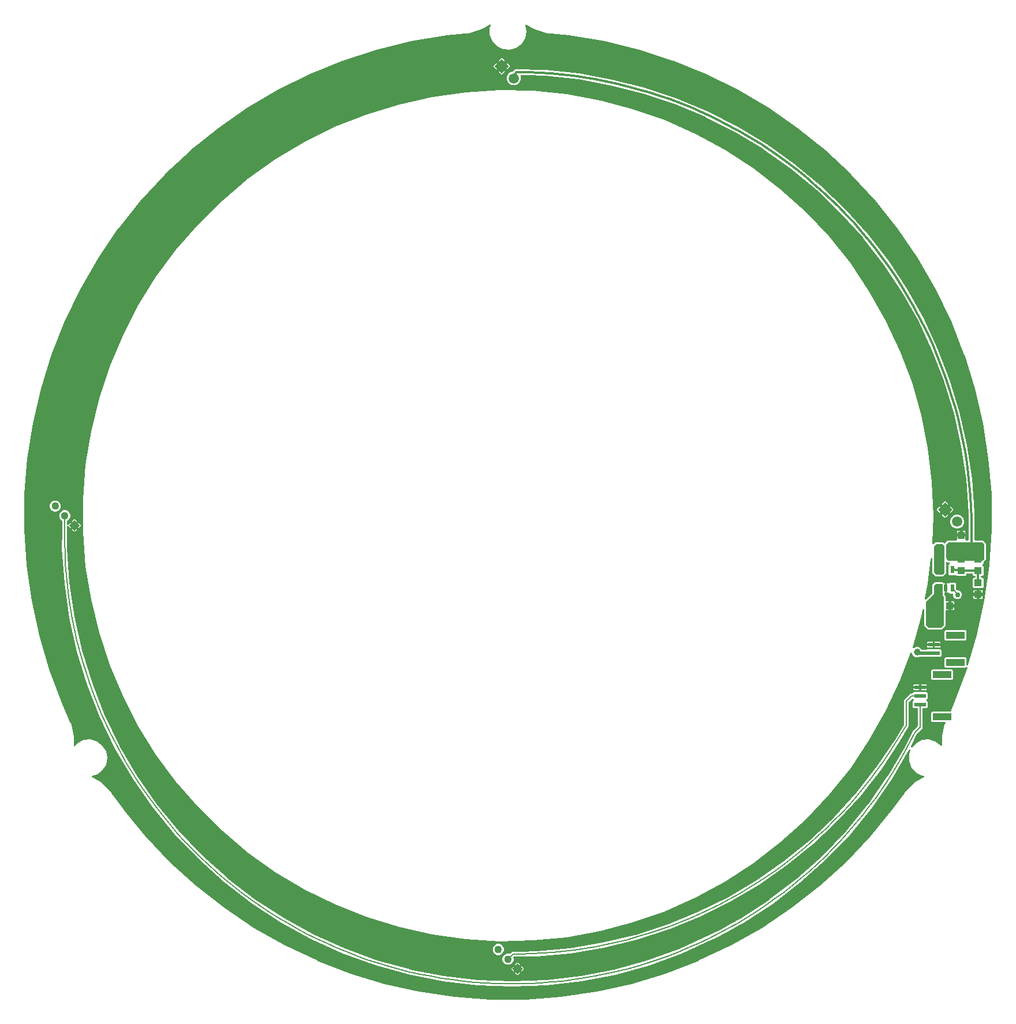
<source format=gbr>
G04 EAGLE Gerber RS-274X export*
G75*
%MOMM*%
%FSLAX34Y34*%
%LPD*%
%INTop Copper*%
%IPPOS*%
%AMOC8*
5,1,8,0,0,1.08239X$1,22.5*%
G01*
%ADD10R,1.108000X1.108000*%
%ADD11C,1.108000*%
%ADD12R,0.600000X1.100000*%
%ADD13R,1.508000X1.508000*%
%ADD14C,1.508000*%
%ADD15R,2.700000X1.000000*%
%ADD16R,1.700000X0.600000*%
%ADD17R,1.100000X1.000000*%
%ADD18R,0.800000X1.800000*%
%ADD19R,1.000000X1.100000*%
%ADD20C,0.787400*%
%ADD21C,0.756400*%
%ADD22C,0.203200*%
%ADD23C,1.006400*%
%ADD24C,0.508000*%
%ADD25C,0.304800*%

G36*
X26088Y-709363D02*
X26088Y-709363D01*
X26109Y-709361D01*
X26181Y-709360D01*
X78215Y-705521D01*
X78236Y-705516D01*
X78307Y-705510D01*
X129918Y-697852D01*
X129938Y-697847D01*
X130009Y-697835D01*
X180916Y-686400D01*
X180937Y-686393D01*
X181006Y-686377D01*
X230934Y-671227D01*
X230953Y-671218D01*
X231022Y-671196D01*
X279699Y-652413D01*
X279718Y-652403D01*
X279785Y-652376D01*
X326948Y-630062D01*
X326966Y-630051D01*
X327031Y-630019D01*
X372423Y-604295D01*
X372441Y-604283D01*
X372503Y-604246D01*
X415880Y-575252D01*
X415896Y-575238D01*
X415956Y-575197D01*
X457082Y-543089D01*
X457097Y-543074D01*
X457153Y-543029D01*
X495805Y-507982D01*
X495819Y-507966D01*
X495871Y-507917D01*
X531839Y-470120D01*
X531852Y-470103D01*
X531901Y-470050D01*
X564990Y-429710D01*
X565000Y-429694D01*
X565033Y-429654D01*
X580351Y-408722D01*
X580352Y-408720D01*
X580355Y-408716D01*
X580486Y-408534D01*
X580489Y-408529D01*
X580496Y-408521D01*
X581667Y-406856D01*
X581714Y-406818D01*
X581715Y-406817D01*
X581716Y-406816D01*
X581818Y-406692D01*
X585629Y-401420D01*
X598619Y-389828D01*
X609634Y-383633D01*
X609710Y-383577D01*
X609791Y-383529D01*
X609837Y-383483D01*
X609889Y-383444D01*
X609949Y-383371D01*
X610016Y-383303D01*
X610049Y-383247D01*
X610090Y-383197D01*
X610129Y-383111D01*
X610177Y-383029D01*
X610195Y-382967D01*
X610223Y-382908D01*
X610239Y-382815D01*
X610266Y-382724D01*
X610268Y-382659D01*
X610279Y-382595D01*
X610272Y-382500D01*
X610275Y-382406D01*
X610261Y-382343D01*
X610256Y-382278D01*
X610226Y-382188D01*
X610206Y-382096D01*
X610176Y-382038D01*
X610155Y-381976D01*
X610104Y-381897D01*
X610061Y-381813D01*
X610018Y-381764D01*
X609983Y-381709D01*
X609913Y-381645D01*
X609850Y-381574D01*
X609797Y-381538D01*
X609749Y-381494D01*
X609665Y-381449D01*
X609587Y-381396D01*
X609526Y-381374D01*
X609469Y-381343D01*
X609377Y-381320D01*
X609288Y-381288D01*
X609178Y-381271D01*
X609160Y-381266D01*
X609150Y-381266D01*
X609129Y-381263D01*
X607450Y-381108D01*
X598520Y-376661D01*
X591800Y-369289D01*
X588196Y-359988D01*
X588196Y-350012D01*
X590307Y-344565D01*
X590320Y-344510D01*
X590343Y-344458D01*
X590359Y-344356D01*
X590383Y-344257D01*
X590383Y-344200D01*
X590392Y-344143D01*
X590382Y-344041D01*
X590381Y-343939D01*
X590367Y-343884D01*
X590361Y-343827D01*
X590326Y-343730D01*
X590300Y-343631D01*
X590272Y-343582D01*
X590253Y-343528D01*
X590195Y-343443D01*
X590145Y-343354D01*
X590105Y-343312D01*
X590073Y-343265D01*
X589996Y-343198D01*
X589925Y-343123D01*
X589877Y-343093D01*
X589834Y-343056D01*
X589743Y-343009D01*
X589656Y-342955D01*
X589602Y-342938D01*
X589551Y-342912D01*
X589450Y-342890D01*
X589353Y-342859D01*
X589296Y-342855D01*
X589240Y-342843D01*
X589137Y-342846D01*
X589035Y-342841D01*
X588979Y-342852D01*
X588922Y-342854D01*
X588824Y-342882D01*
X588723Y-342902D01*
X588672Y-342927D01*
X588617Y-342943D01*
X588529Y-342995D01*
X588436Y-343040D01*
X588393Y-343076D01*
X588344Y-343105D01*
X588271Y-343178D01*
X588192Y-343244D01*
X588159Y-343290D01*
X588119Y-343330D01*
X588029Y-343464D01*
X563126Y-385839D01*
X534025Y-427624D01*
X501793Y-467043D01*
X466622Y-503865D01*
X428721Y-537869D01*
X388314Y-568855D01*
X345642Y-596638D01*
X343468Y-597826D01*
X338822Y-600365D01*
X334177Y-602903D01*
X334176Y-602903D01*
X322562Y-609250D01*
X317916Y-611788D01*
X306301Y-618134D01*
X301656Y-620673D01*
X300958Y-621054D01*
X254527Y-641957D01*
X206623Y-659224D01*
X157534Y-672752D01*
X107548Y-682460D01*
X56963Y-688292D01*
X6080Y-690212D01*
X-44801Y-688208D01*
X-95376Y-682294D01*
X-145345Y-672504D01*
X-194413Y-658897D01*
X-242288Y-641552D01*
X-288685Y-620573D01*
X-333330Y-596084D01*
X-375956Y-568231D01*
X-416312Y-537179D01*
X-454158Y-503113D01*
X-489268Y-466234D01*
X-521436Y-426762D01*
X-550469Y-384930D01*
X-576196Y-340987D01*
X-598463Y-295195D01*
X-617139Y-247824D01*
X-632113Y-199155D01*
X-643296Y-149479D01*
X-650621Y-99088D01*
X-654045Y-48284D01*
X-653797Y-22848D01*
X-653797Y-22844D01*
X-653797Y-22835D01*
X-653797Y-8049D01*
X-653800Y-8020D01*
X-653798Y-7990D01*
X-653820Y-7863D01*
X-653837Y-7734D01*
X-653847Y-7706D01*
X-653853Y-7677D01*
X-653906Y-7558D01*
X-653954Y-7438D01*
X-653971Y-7414D01*
X-653983Y-7387D01*
X-654064Y-7286D01*
X-654140Y-7181D01*
X-654163Y-7162D01*
X-654182Y-7139D01*
X-654286Y-7061D01*
X-654385Y-6978D01*
X-654412Y-6965D01*
X-654436Y-6947D01*
X-654523Y-6905D01*
X-656804Y-4624D01*
X-658034Y-1654D01*
X-658034Y1561D01*
X-656804Y4531D01*
X-654531Y6804D01*
X-651561Y8034D01*
X-648346Y8034D01*
X-645376Y6804D01*
X-643103Y4531D01*
X-641873Y1561D01*
X-641873Y-1654D01*
X-643103Y-4624D01*
X-645376Y-6897D01*
X-645900Y-7114D01*
X-645925Y-7129D01*
X-645953Y-7138D01*
X-646063Y-7207D01*
X-646176Y-7272D01*
X-646197Y-7292D01*
X-646222Y-7308D01*
X-646311Y-7403D01*
X-646404Y-7493D01*
X-646420Y-7518D01*
X-646440Y-7540D01*
X-646503Y-7653D01*
X-646571Y-7764D01*
X-646579Y-7792D01*
X-646594Y-7818D01*
X-646626Y-7944D01*
X-646664Y-8068D01*
X-646666Y-8098D01*
X-646673Y-8126D01*
X-646683Y-8287D01*
X-646683Y-12365D01*
X-646666Y-12502D01*
X-646653Y-12641D01*
X-646646Y-12660D01*
X-646643Y-12680D01*
X-646592Y-12809D01*
X-646545Y-12940D01*
X-646534Y-12957D01*
X-646526Y-12976D01*
X-646445Y-13089D01*
X-646367Y-13204D01*
X-646351Y-13217D01*
X-646340Y-13233D01*
X-646232Y-13322D01*
X-646128Y-13414D01*
X-646110Y-13423D01*
X-646095Y-13436D01*
X-645969Y-13495D01*
X-645845Y-13559D01*
X-645825Y-13563D01*
X-645807Y-13572D01*
X-645671Y-13598D01*
X-645535Y-13628D01*
X-645514Y-13628D01*
X-645495Y-13632D01*
X-645356Y-13623D01*
X-645217Y-13619D01*
X-645197Y-13613D01*
X-645177Y-13612D01*
X-645045Y-13569D01*
X-644911Y-13530D01*
X-644894Y-13520D01*
X-644875Y-13514D01*
X-644757Y-13439D01*
X-644637Y-13369D01*
X-644616Y-13350D01*
X-644606Y-13344D01*
X-644592Y-13329D01*
X-644517Y-13262D01*
X-641687Y-10433D01*
X-637932Y-14189D01*
X-641687Y-17944D01*
X-644517Y-15115D01*
X-644626Y-15030D01*
X-644733Y-14941D01*
X-644752Y-14933D01*
X-644768Y-14920D01*
X-644896Y-14865D01*
X-645021Y-14806D01*
X-645041Y-14802D01*
X-645060Y-14794D01*
X-645198Y-14772D01*
X-645334Y-14746D01*
X-645354Y-14747D01*
X-645374Y-14744D01*
X-645513Y-14757D01*
X-645651Y-14766D01*
X-645670Y-14772D01*
X-645690Y-14774D01*
X-645822Y-14821D01*
X-645953Y-14864D01*
X-645971Y-14875D01*
X-645990Y-14882D01*
X-646105Y-14960D01*
X-646222Y-15034D01*
X-646236Y-15049D01*
X-646253Y-15060D01*
X-646345Y-15164D01*
X-646440Y-15266D01*
X-646450Y-15283D01*
X-646463Y-15299D01*
X-646526Y-15422D01*
X-646594Y-15544D01*
X-646599Y-15564D01*
X-646608Y-15582D01*
X-646638Y-15717D01*
X-646673Y-15852D01*
X-646675Y-15880D01*
X-646678Y-15892D01*
X-646677Y-15913D01*
X-646683Y-16013D01*
X-646683Y-20889D01*
X-646672Y-20981D01*
X-646670Y-21074D01*
X-646666Y-21088D01*
X-646683Y-22872D01*
X-646683Y-22876D01*
X-646683Y-22885D01*
X-646683Y-22930D01*
X-646683Y-22934D01*
X-646683Y-22942D01*
X-646445Y-48041D01*
X-646442Y-48060D01*
X-646442Y-48114D01*
X-643064Y-98236D01*
X-643060Y-98258D01*
X-643053Y-98334D01*
X-635827Y-148047D01*
X-635821Y-148068D01*
X-635809Y-148143D01*
X-624776Y-197153D01*
X-624769Y-197174D01*
X-624751Y-197248D01*
X-609978Y-245263D01*
X-609969Y-245282D01*
X-609946Y-245355D01*
X-591521Y-292090D01*
X-591510Y-292109D01*
X-591481Y-292179D01*
X-569513Y-337357D01*
X-569501Y-337376D01*
X-569467Y-337444D01*
X-544085Y-380796D01*
X-544072Y-380814D01*
X-544033Y-380879D01*
X-515389Y-422149D01*
X-515375Y-422165D01*
X-515331Y-422227D01*
X-483595Y-461169D01*
X-483579Y-461184D01*
X-483530Y-461243D01*
X-448891Y-497627D01*
X-448874Y-497640D01*
X-448821Y-497695D01*
X-411483Y-531304D01*
X-411465Y-531316D01*
X-411408Y-531366D01*
X-371594Y-562001D01*
X-371575Y-562012D01*
X-371514Y-562058D01*
X-329460Y-589537D01*
X-329440Y-589546D01*
X-329376Y-589587D01*
X-285331Y-613747D01*
X-285310Y-613755D01*
X-285243Y-613791D01*
X-239469Y-634488D01*
X-239448Y-634495D01*
X-239378Y-634525D01*
X-192147Y-651637D01*
X-192125Y-651642D01*
X-192053Y-651667D01*
X-143644Y-665092D01*
X-143623Y-665095D01*
X-143549Y-665114D01*
X-94250Y-674773D01*
X-94229Y-674774D01*
X-94154Y-674788D01*
X-44258Y-680623D01*
X-44236Y-680623D01*
X-44160Y-680630D01*
X6037Y-682607D01*
X6059Y-682605D01*
X6135Y-682607D01*
X56335Y-680712D01*
X56357Y-680709D01*
X56433Y-680705D01*
X106338Y-674952D01*
X106360Y-674947D01*
X106435Y-674937D01*
X155750Y-665359D01*
X155770Y-665352D01*
X155845Y-665337D01*
X204276Y-651990D01*
X204295Y-651982D01*
X204369Y-651961D01*
X251629Y-634926D01*
X251648Y-634916D01*
X251719Y-634889D01*
X297527Y-614267D01*
X297546Y-614255D01*
X297615Y-614223D01*
X302645Y-611474D01*
X302646Y-611474D01*
X309614Y-607667D01*
X309614Y-607666D01*
X318906Y-602590D01*
X325875Y-598782D01*
X332843Y-594974D01*
X332844Y-594974D01*
X335166Y-593705D01*
X341699Y-590135D01*
X341717Y-590122D01*
X341783Y-590085D01*
X383882Y-562675D01*
X383899Y-562661D01*
X383962Y-562618D01*
X423826Y-532049D01*
X423842Y-532033D01*
X423902Y-531986D01*
X461294Y-498438D01*
X461308Y-498421D01*
X461364Y-498370D01*
X496063Y-462043D01*
X496076Y-462025D01*
X496128Y-461970D01*
X527927Y-423079D01*
X527939Y-423060D01*
X527986Y-423001D01*
X556697Y-381778D01*
X556707Y-381758D01*
X556750Y-381695D01*
X582202Y-338384D01*
X582209Y-338366D01*
X582237Y-338320D01*
X593204Y-316916D01*
X593224Y-316859D01*
X593254Y-316806D01*
X593278Y-316711D01*
X593312Y-316617D01*
X593318Y-316557D01*
X593333Y-316498D01*
X593343Y-316338D01*
X593343Y-316027D01*
X593815Y-315555D01*
X593894Y-315453D01*
X593978Y-315355D01*
X593999Y-315317D01*
X594010Y-315304D01*
X594018Y-315284D01*
X594058Y-315215D01*
X594350Y-314616D01*
X594689Y-314499D01*
X594732Y-314478D01*
X594779Y-314464D01*
X594874Y-314408D01*
X594974Y-314359D01*
X595011Y-314327D01*
X595053Y-314303D01*
X595174Y-314196D01*
X600572Y-308799D01*
X600632Y-308720D01*
X600700Y-308648D01*
X600729Y-308595D01*
X600766Y-308547D01*
X600806Y-308456D01*
X600854Y-308370D01*
X600869Y-308311D01*
X600893Y-308255D01*
X600908Y-308157D01*
X600933Y-308062D01*
X600939Y-307962D01*
X600943Y-307941D01*
X600941Y-307929D01*
X600943Y-307901D01*
X600943Y-283310D01*
X600928Y-283192D01*
X600921Y-283073D01*
X600908Y-283035D01*
X600903Y-282994D01*
X600860Y-282884D01*
X600823Y-282771D01*
X600801Y-282736D01*
X600786Y-282699D01*
X600717Y-282603D01*
X600653Y-282502D01*
X600623Y-282474D01*
X600600Y-282441D01*
X600508Y-282365D01*
X600421Y-282284D01*
X600386Y-282264D01*
X600355Y-282239D01*
X600247Y-282188D01*
X600143Y-282130D01*
X600103Y-282120D01*
X600067Y-282103D01*
X599950Y-282081D01*
X599835Y-282051D01*
X599775Y-282047D01*
X599755Y-282043D01*
X599734Y-282045D01*
X599674Y-282041D01*
X594948Y-282041D01*
X593459Y-280552D01*
X593459Y-272448D01*
X594759Y-271148D01*
X594832Y-271053D01*
X594911Y-270964D01*
X594929Y-270928D01*
X594954Y-270896D01*
X595002Y-270787D01*
X595056Y-270681D01*
X595065Y-270642D01*
X595081Y-270604D01*
X595099Y-270487D01*
X595125Y-270371D01*
X595124Y-270330D01*
X595130Y-270290D01*
X595119Y-270172D01*
X595116Y-270053D01*
X595104Y-270014D01*
X595101Y-269974D01*
X595060Y-269861D01*
X595027Y-269747D01*
X595007Y-269713D01*
X594993Y-269674D01*
X594926Y-269576D01*
X594866Y-269473D01*
X594826Y-269428D01*
X594814Y-269411D01*
X594799Y-269398D01*
X594759Y-269353D01*
X594106Y-268699D01*
X594012Y-268626D01*
X593923Y-268547D01*
X593887Y-268529D01*
X593855Y-268504D01*
X593745Y-268457D01*
X593639Y-268403D01*
X593600Y-268394D01*
X593563Y-268378D01*
X593445Y-268359D01*
X593329Y-268333D01*
X593289Y-268334D01*
X593249Y-268328D01*
X593130Y-268339D01*
X593011Y-268343D01*
X592972Y-268354D01*
X592932Y-268358D01*
X592820Y-268398D01*
X592706Y-268431D01*
X592671Y-268452D01*
X592633Y-268465D01*
X592534Y-268532D01*
X592432Y-268593D01*
X592387Y-268632D01*
X592370Y-268644D01*
X592356Y-268659D01*
X592311Y-268699D01*
X588128Y-272881D01*
X588068Y-272960D01*
X588000Y-273032D01*
X587971Y-273085D01*
X587934Y-273133D01*
X587894Y-273224D01*
X587846Y-273310D01*
X587831Y-273369D01*
X587807Y-273425D01*
X587792Y-273523D01*
X587767Y-273618D01*
X587761Y-273718D01*
X587757Y-273739D01*
X587759Y-273751D01*
X587757Y-273779D01*
X587757Y-306686D01*
X587768Y-306776D01*
X587770Y-306866D01*
X587795Y-306986D01*
X587797Y-307002D01*
X587799Y-307009D01*
X587802Y-307024D01*
X588020Y-307814D01*
X587922Y-307987D01*
X587889Y-308069D01*
X587846Y-308145D01*
X587828Y-308215D01*
X587801Y-308282D01*
X587789Y-308368D01*
X587767Y-308453D01*
X587759Y-308584D01*
X587757Y-308596D01*
X587757Y-308602D01*
X587757Y-308614D01*
X587757Y-308813D01*
X587177Y-309393D01*
X587122Y-309464D01*
X587059Y-309529D01*
X586992Y-309632D01*
X586982Y-309644D01*
X586979Y-309651D01*
X586971Y-309664D01*
X575080Y-330617D01*
X547526Y-371728D01*
X516995Y-410681D01*
X483657Y-447259D01*
X474563Y-455857D01*
X473220Y-457126D01*
X473220Y-457127D01*
X471878Y-458396D01*
X470536Y-459665D01*
X470535Y-459665D01*
X469193Y-460934D01*
X467851Y-462203D01*
X458454Y-471088D01*
X457111Y-472357D01*
X457111Y-472358D01*
X455769Y-473627D01*
X454427Y-474896D01*
X454426Y-474896D01*
X453084Y-476165D01*
X451742Y-477434D01*
X447695Y-481261D01*
X409308Y-512499D01*
X368707Y-540801D01*
X326118Y-566011D01*
X281775Y-587990D01*
X235922Y-606615D01*
X188813Y-621785D01*
X140707Y-633416D01*
X91871Y-641443D01*
X42574Y-645823D01*
X19789Y-646148D01*
X19700Y-646161D01*
X19610Y-646164D01*
X19565Y-646177D01*
X17814Y-646177D01*
X17809Y-646177D01*
X17796Y-646177D01*
X16040Y-646202D01*
X15982Y-646187D01*
X15859Y-646179D01*
X15843Y-646177D01*
X15836Y-646178D01*
X15821Y-646177D01*
X9472Y-646177D01*
X9374Y-646189D01*
X9275Y-646192D01*
X9217Y-646209D01*
X9157Y-646217D01*
X9065Y-646253D01*
X8970Y-646281D01*
X8917Y-646311D01*
X8861Y-646334D01*
X8781Y-646392D01*
X8696Y-646442D01*
X8620Y-646508D01*
X8604Y-646520D01*
X8596Y-646530D01*
X8575Y-646548D01*
X8304Y-646819D01*
X8286Y-646842D01*
X8264Y-646861D01*
X8189Y-646967D01*
X8109Y-647070D01*
X8098Y-647097D01*
X8081Y-647121D01*
X8035Y-647243D01*
X7983Y-647362D01*
X7978Y-647391D01*
X7968Y-647419D01*
X7953Y-647548D01*
X7933Y-647676D01*
X7936Y-647705D01*
X7933Y-647735D01*
X7951Y-647864D01*
X7963Y-647993D01*
X7973Y-648021D01*
X7977Y-648050D01*
X8029Y-648202D01*
X8127Y-648439D01*
X8127Y-651654D01*
X6897Y-654624D01*
X4624Y-656897D01*
X1654Y-658127D01*
X-1561Y-658127D01*
X-4531Y-656897D01*
X-6804Y-654624D01*
X-8034Y-651654D01*
X-8034Y-648439D01*
X-6804Y-645469D01*
X-4531Y-643196D01*
X-1561Y-641966D01*
X1654Y-641966D01*
X1891Y-642064D01*
X1920Y-642072D01*
X1946Y-642085D01*
X2072Y-642114D01*
X2198Y-642148D01*
X2227Y-642149D01*
X2256Y-642155D01*
X2386Y-642151D01*
X2516Y-642153D01*
X2545Y-642146D01*
X2574Y-642145D01*
X2699Y-642109D01*
X2825Y-642079D01*
X2851Y-642065D01*
X2880Y-642057D01*
X2991Y-641991D01*
X3106Y-641930D01*
X3128Y-641910D01*
X3154Y-641895D01*
X3274Y-641789D01*
X6000Y-639063D01*
X17726Y-639063D01*
X17739Y-639062D01*
X17768Y-639063D01*
X42161Y-638260D01*
X42180Y-638257D01*
X42232Y-638256D01*
X90874Y-633935D01*
X90896Y-633930D01*
X90968Y-633923D01*
X139156Y-626002D01*
X139177Y-625996D01*
X139248Y-625984D01*
X186715Y-614507D01*
X186735Y-614500D01*
X186806Y-614482D01*
X233290Y-599513D01*
X233309Y-599504D01*
X233378Y-599481D01*
X278622Y-581102D01*
X278641Y-581092D01*
X278708Y-581064D01*
X322463Y-559377D01*
X322481Y-559365D01*
X322546Y-559332D01*
X364570Y-534457D01*
X364587Y-534444D01*
X364650Y-534406D01*
X404711Y-506479D01*
X404727Y-506465D01*
X404786Y-506423D01*
X442664Y-475599D01*
X442667Y-475596D01*
X442671Y-475593D01*
X442685Y-475578D01*
X442735Y-475537D01*
X445482Y-472939D01*
X446824Y-471670D01*
X448166Y-470401D01*
X448167Y-470401D01*
X453536Y-465324D01*
X454879Y-464055D01*
X454879Y-464054D01*
X456221Y-462785D01*
X461591Y-457708D01*
X462933Y-456439D01*
X464275Y-455170D01*
X464276Y-455170D01*
X469645Y-450093D01*
X470987Y-448824D01*
X470988Y-448823D01*
X472330Y-447554D01*
X478219Y-441986D01*
X478233Y-441969D01*
X478285Y-441919D01*
X511181Y-405826D01*
X511193Y-405809D01*
X511242Y-405754D01*
X541367Y-367319D01*
X541378Y-367300D01*
X541423Y-367243D01*
X568611Y-326677D01*
X568620Y-326660D01*
X568649Y-326617D01*
X580466Y-306666D01*
X580506Y-306575D01*
X580554Y-306488D01*
X580569Y-306430D01*
X580593Y-306375D01*
X580608Y-306277D01*
X580633Y-306180D01*
X580639Y-306081D01*
X580643Y-306061D01*
X580641Y-306048D01*
X580643Y-306020D01*
X580643Y-270307D01*
X590347Y-260603D01*
X592278Y-260603D01*
X592376Y-260591D01*
X592475Y-260588D01*
X592533Y-260571D01*
X592593Y-260563D01*
X592685Y-260527D01*
X592781Y-260499D01*
X592833Y-260469D01*
X592889Y-260446D01*
X592969Y-260388D01*
X593054Y-260338D01*
X593130Y-260272D01*
X593146Y-260260D01*
X593154Y-260250D01*
X593175Y-260232D01*
X594948Y-258459D01*
X614052Y-258459D01*
X615541Y-259948D01*
X615541Y-268052D01*
X614241Y-269353D01*
X614168Y-269447D01*
X614089Y-269536D01*
X614071Y-269572D01*
X614046Y-269604D01*
X613998Y-269713D01*
X613944Y-269819D01*
X613935Y-269858D01*
X613919Y-269896D01*
X613901Y-270013D01*
X613875Y-270129D01*
X613876Y-270170D01*
X613870Y-270210D01*
X613881Y-270328D01*
X613884Y-270447D01*
X613896Y-270486D01*
X613899Y-270526D01*
X613940Y-270638D01*
X613973Y-270753D01*
X613993Y-270788D01*
X614007Y-270826D01*
X614074Y-270924D01*
X614134Y-271027D01*
X614174Y-271072D01*
X614186Y-271089D01*
X614201Y-271102D01*
X614241Y-271148D01*
X615541Y-272448D01*
X615541Y-280552D01*
X614052Y-282041D01*
X609326Y-282041D01*
X609208Y-282056D01*
X609089Y-282063D01*
X609051Y-282076D01*
X609010Y-282081D01*
X608900Y-282124D01*
X608787Y-282161D01*
X608752Y-282183D01*
X608715Y-282198D01*
X608619Y-282267D01*
X608518Y-282331D01*
X608490Y-282361D01*
X608457Y-282384D01*
X608381Y-282476D01*
X608300Y-282563D01*
X608280Y-282598D01*
X608255Y-282629D01*
X608204Y-282737D01*
X608146Y-282841D01*
X608136Y-282881D01*
X608119Y-282917D01*
X608097Y-283034D01*
X608067Y-283149D01*
X608063Y-283209D01*
X608059Y-283229D01*
X608061Y-283250D01*
X608057Y-283310D01*
X608057Y-311373D01*
X599985Y-319445D01*
X599906Y-319547D01*
X599822Y-319645D01*
X599801Y-319683D01*
X599790Y-319696D01*
X599782Y-319716D01*
X599742Y-319785D01*
X590782Y-338135D01*
X590738Y-338265D01*
X590689Y-338394D01*
X590687Y-338415D01*
X590680Y-338436D01*
X590669Y-338573D01*
X590654Y-338710D01*
X590657Y-338731D01*
X590655Y-338753D01*
X590679Y-338889D01*
X590698Y-339025D01*
X590706Y-339045D01*
X590710Y-339066D01*
X590767Y-339192D01*
X590820Y-339319D01*
X590832Y-339336D01*
X590841Y-339356D01*
X590928Y-339463D01*
X591010Y-339574D01*
X591027Y-339587D01*
X591040Y-339604D01*
X591151Y-339687D01*
X591258Y-339773D01*
X591278Y-339782D01*
X591295Y-339795D01*
X591422Y-339847D01*
X591548Y-339904D01*
X591569Y-339908D01*
X591589Y-339916D01*
X591725Y-339935D01*
X591861Y-339959D01*
X591882Y-339958D01*
X591904Y-339961D01*
X592040Y-339946D01*
X592178Y-339935D01*
X592198Y-339928D01*
X592220Y-339926D01*
X592348Y-339877D01*
X592479Y-339833D01*
X592497Y-339821D01*
X592517Y-339813D01*
X592630Y-339734D01*
X592745Y-339659D01*
X592767Y-339638D01*
X592777Y-339630D01*
X592791Y-339615D01*
X592861Y-339547D01*
X598520Y-333339D01*
X607450Y-328892D01*
X617383Y-327972D01*
X626977Y-330702D01*
X635015Y-336772D01*
X635066Y-336801D01*
X635111Y-336838D01*
X635203Y-336880D01*
X635290Y-336930D01*
X635347Y-336946D01*
X635400Y-336970D01*
X635500Y-336988D01*
X635597Y-337015D01*
X635656Y-337016D01*
X635713Y-337026D01*
X635814Y-337019D01*
X635915Y-337021D01*
X635972Y-337007D01*
X636031Y-337003D01*
X636126Y-336971D01*
X636224Y-336948D01*
X636276Y-336920D01*
X636332Y-336901D01*
X636416Y-336847D01*
X636506Y-336800D01*
X636550Y-336760D01*
X636599Y-336728D01*
X636667Y-336654D01*
X636742Y-336586D01*
X636774Y-336537D01*
X636814Y-336494D01*
X636862Y-336405D01*
X636917Y-336321D01*
X636937Y-336266D01*
X636964Y-336214D01*
X636988Y-336116D01*
X637021Y-336021D01*
X637026Y-335962D01*
X637040Y-335905D01*
X637049Y-335744D01*
X636910Y-323505D01*
X640454Y-306459D01*
X641409Y-304329D01*
X641429Y-304264D01*
X641458Y-304203D01*
X641475Y-304113D01*
X641502Y-304025D01*
X641505Y-303957D01*
X641517Y-303890D01*
X641512Y-303799D01*
X641516Y-303707D01*
X641502Y-303641D01*
X641498Y-303573D01*
X641469Y-303486D01*
X641451Y-303396D01*
X641421Y-303335D01*
X641400Y-303271D01*
X641351Y-303193D01*
X641310Y-303111D01*
X641266Y-303059D01*
X641230Y-303002D01*
X641163Y-302939D01*
X641103Y-302869D01*
X641047Y-302830D01*
X640998Y-302784D01*
X640917Y-302740D01*
X640842Y-302687D01*
X640779Y-302663D01*
X640719Y-302630D01*
X640630Y-302607D01*
X640545Y-302575D01*
X640477Y-302568D01*
X640411Y-302551D01*
X640251Y-302541D01*
X621948Y-302541D01*
X620459Y-301052D01*
X620459Y-288948D01*
X621948Y-287459D01*
X648066Y-287459D01*
X648081Y-287457D01*
X648096Y-287459D01*
X648239Y-287437D01*
X648382Y-287419D01*
X648396Y-287414D01*
X648411Y-287412D01*
X648544Y-287355D01*
X648678Y-287302D01*
X648690Y-287294D01*
X648704Y-287288D01*
X648818Y-287200D01*
X648935Y-287116D01*
X648945Y-287104D01*
X648956Y-287095D01*
X649045Y-286982D01*
X649138Y-286871D01*
X649144Y-286857D01*
X649153Y-286845D01*
X649228Y-286702D01*
X654608Y-274506D01*
X654614Y-274488D01*
X654635Y-274441D01*
X673026Y-225615D01*
X673031Y-225594D01*
X673056Y-225526D01*
X673732Y-223233D01*
X673732Y-223230D01*
X673733Y-223228D01*
X673757Y-223078D01*
X673783Y-222919D01*
X673783Y-222916D01*
X673783Y-222914D01*
X673768Y-222758D01*
X673754Y-222602D01*
X673753Y-222600D01*
X673753Y-222597D01*
X673699Y-222447D01*
X673648Y-222302D01*
X673646Y-222300D01*
X673646Y-222298D01*
X673557Y-222168D01*
X673470Y-222038D01*
X673468Y-222037D01*
X673467Y-222035D01*
X673352Y-221933D01*
X673232Y-221827D01*
X673230Y-221826D01*
X673229Y-221825D01*
X673092Y-221755D01*
X672950Y-221682D01*
X672947Y-221681D01*
X672945Y-221680D01*
X672795Y-221646D01*
X672640Y-221611D01*
X672637Y-221611D01*
X672635Y-221610D01*
X672477Y-221615D01*
X672322Y-221619D01*
X672319Y-221620D01*
X672317Y-221620D01*
X672162Y-221665D01*
X672016Y-221707D01*
X672014Y-221708D01*
X672012Y-221708D01*
X671873Y-221790D01*
X671741Y-221867D01*
X671740Y-221869D01*
X671738Y-221870D01*
X671617Y-221976D01*
X671052Y-222541D01*
X641948Y-222541D01*
X640459Y-221052D01*
X640459Y-208948D01*
X641948Y-207459D01*
X671052Y-207459D01*
X672541Y-208948D01*
X672541Y-218477D01*
X672558Y-218613D01*
X672570Y-218749D01*
X672578Y-218770D01*
X672581Y-218793D01*
X672631Y-218920D01*
X672677Y-219049D01*
X672689Y-219067D01*
X672698Y-219088D01*
X672778Y-219199D01*
X672854Y-219313D01*
X672871Y-219328D01*
X672884Y-219346D01*
X672990Y-219433D01*
X673092Y-219524D01*
X673112Y-219534D01*
X673129Y-219549D01*
X673253Y-219607D01*
X673375Y-219670D01*
X673397Y-219675D01*
X673417Y-219684D01*
X673551Y-219710D01*
X673685Y-219740D01*
X673707Y-219740D01*
X673729Y-219744D01*
X673866Y-219735D01*
X674003Y-219732D01*
X674024Y-219726D01*
X674047Y-219724D01*
X674177Y-219682D01*
X674308Y-219644D01*
X674328Y-219633D01*
X674349Y-219626D01*
X674465Y-219553D01*
X674583Y-219484D01*
X674599Y-219468D01*
X674618Y-219456D01*
X674712Y-219356D01*
X674809Y-219260D01*
X674821Y-219241D01*
X674836Y-219224D01*
X674902Y-219105D01*
X674972Y-218987D01*
X674983Y-218958D01*
X674990Y-218946D01*
X674995Y-218926D01*
X675027Y-218836D01*
X687805Y-175479D01*
X687808Y-175458D01*
X687828Y-175388D01*
X698854Y-124392D01*
X698855Y-124370D01*
X698870Y-124300D01*
X706113Y-72630D01*
X706114Y-72608D01*
X706123Y-72537D01*
X709544Y-20474D01*
X709543Y-20452D01*
X709547Y-20380D01*
X709128Y31793D01*
X709125Y31814D01*
X709124Y31886D01*
X704867Y83888D01*
X704863Y83909D01*
X704856Y83980D01*
X696784Y135527D01*
X696778Y135548D01*
X696766Y135619D01*
X684923Y186432D01*
X684915Y186452D01*
X684898Y186522D01*
X669348Y236326D01*
X669339Y236346D01*
X669317Y236414D01*
X650144Y284939D01*
X650133Y284958D01*
X650120Y284991D01*
X650117Y284999D01*
X650115Y285002D01*
X650106Y285024D01*
X627414Y332007D01*
X627402Y332025D01*
X627371Y332089D01*
X601283Y377274D01*
X601270Y377291D01*
X601233Y377353D01*
X571892Y420496D01*
X571877Y420512D01*
X571836Y420571D01*
X539399Y461438D01*
X539384Y461453D01*
X539338Y461509D01*
X503982Y499878D01*
X503966Y499892D01*
X503916Y499944D01*
X465833Y535608D01*
X465815Y535620D01*
X465762Y535669D01*
X425157Y568433D01*
X425139Y568444D01*
X425082Y568489D01*
X382176Y598176D01*
X382157Y598186D01*
X382098Y598226D01*
X337124Y624676D01*
X337104Y624684D01*
X337041Y624720D01*
X290243Y647789D01*
X290222Y647796D01*
X290158Y647827D01*
X241788Y667389D01*
X241768Y667394D01*
X241701Y667421D01*
X192023Y683370D01*
X192002Y683374D01*
X191933Y683396D01*
X141217Y695646D01*
X141195Y695649D01*
X141125Y695665D01*
X89645Y704151D01*
X89626Y704151D01*
X89575Y704160D01*
X63788Y706959D01*
X63786Y706959D01*
X63781Y706960D01*
X63558Y706983D01*
X63552Y706983D01*
X63542Y706985D01*
X61514Y707167D01*
X61458Y707188D01*
X61457Y707188D01*
X61455Y707189D01*
X61297Y707215D01*
X54825Y707879D01*
X38292Y713333D01*
X27464Y719749D01*
X27374Y719788D01*
X27289Y719835D01*
X27229Y719851D01*
X27172Y719875D01*
X27076Y719891D01*
X26981Y719915D01*
X26919Y719916D01*
X26858Y719925D01*
X26761Y719916D01*
X26663Y719917D01*
X26603Y719902D01*
X26541Y719896D01*
X26449Y719863D01*
X26355Y719839D01*
X26300Y719809D01*
X26242Y719788D01*
X26161Y719734D01*
X26075Y719687D01*
X26030Y719645D01*
X25979Y719610D01*
X25914Y719537D01*
X25843Y719470D01*
X25809Y719418D01*
X25768Y719372D01*
X25724Y719285D01*
X25671Y719203D01*
X25651Y719144D01*
X25623Y719089D01*
X25602Y718993D01*
X25571Y718901D01*
X25567Y718839D01*
X25553Y718778D01*
X25556Y718681D01*
X25550Y718583D01*
X25562Y718480D01*
X25563Y718460D01*
X25566Y718449D01*
X25569Y718424D01*
X27144Y710000D01*
X25311Y700195D01*
X20059Y691713D01*
X12099Y685702D01*
X2505Y682972D01*
X-7428Y683892D01*
X-16358Y688339D01*
X-23078Y695711D01*
X-26682Y705012D01*
X-26682Y714988D01*
X-25380Y718349D01*
X-25366Y718403D01*
X-25344Y718454D01*
X-25328Y718556D01*
X-25303Y718657D01*
X-25303Y718713D01*
X-25294Y718768D01*
X-25304Y718871D01*
X-25305Y718975D01*
X-25319Y719029D01*
X-25325Y719084D01*
X-25360Y719182D01*
X-25386Y719283D01*
X-25413Y719331D01*
X-25432Y719384D01*
X-25491Y719469D01*
X-25541Y719560D01*
X-25580Y719601D01*
X-25611Y719647D01*
X-25689Y719715D01*
X-25761Y719791D01*
X-25808Y719820D01*
X-25850Y719857D01*
X-25942Y719904D01*
X-26030Y719959D01*
X-26083Y719976D01*
X-26133Y720001D01*
X-26235Y720024D01*
X-26334Y720055D01*
X-26389Y720058D01*
X-26443Y720071D01*
X-26547Y720067D01*
X-26651Y720073D01*
X-26706Y720062D01*
X-26761Y720061D01*
X-26861Y720032D01*
X-26963Y720012D01*
X-27013Y719988D01*
X-27067Y719972D01*
X-27210Y719899D01*
X-38291Y713333D01*
X-54825Y707879D01*
X-61297Y707215D01*
X-61298Y707215D01*
X-61299Y707215D01*
X-61453Y707179D01*
X-61498Y707168D01*
X-63542Y706984D01*
X-63547Y706983D01*
X-63558Y706983D01*
X-63780Y706960D01*
X-63783Y706960D01*
X-63788Y706959D01*
X-89575Y704160D01*
X-89594Y704156D01*
X-89645Y704151D01*
X-141125Y695665D01*
X-141146Y695659D01*
X-141217Y695646D01*
X-191933Y683396D01*
X-191953Y683388D01*
X-192023Y683370D01*
X-241701Y667421D01*
X-241720Y667412D01*
X-241788Y667389D01*
X-290158Y647827D01*
X-290176Y647816D01*
X-290243Y647789D01*
X-337041Y624720D01*
X-337059Y624708D01*
X-337124Y624676D01*
X-382098Y598226D01*
X-382115Y598213D01*
X-382176Y598176D01*
X-425082Y568489D01*
X-425098Y568475D01*
X-425157Y568433D01*
X-465762Y535669D01*
X-465777Y535653D01*
X-465832Y535608D01*
X-471447Y530350D01*
X-472802Y529081D01*
X-474157Y527812D01*
X-474158Y527812D01*
X-480935Y521465D01*
X-482290Y520196D01*
X-483645Y518927D01*
X-483646Y518927D01*
X-485001Y517658D01*
X-491778Y511311D01*
X-493133Y510042D01*
X-494489Y508773D01*
X-502621Y501157D01*
X-503916Y499944D01*
X-503930Y499928D01*
X-503982Y499878D01*
X-539338Y461509D01*
X-539351Y461491D01*
X-539399Y461438D01*
X-571836Y420571D01*
X-571847Y420553D01*
X-571892Y420496D01*
X-601233Y377353D01*
X-601243Y377334D01*
X-601283Y377274D01*
X-627371Y332089D01*
X-627379Y332069D01*
X-627414Y332007D01*
X-650106Y285025D01*
X-650113Y285004D01*
X-650144Y284939D01*
X-669317Y236414D01*
X-669322Y236393D01*
X-669348Y236326D01*
X-684898Y186522D01*
X-684902Y186501D01*
X-684923Y186432D01*
X-696766Y135619D01*
X-696768Y135597D01*
X-696784Y135527D01*
X-704856Y83980D01*
X-704857Y83959D01*
X-704867Y83888D01*
X-709124Y31886D01*
X-709123Y31865D01*
X-709128Y31793D01*
X-709547Y-20380D01*
X-709545Y-20402D01*
X-709544Y-20474D01*
X-706123Y-72537D01*
X-706119Y-72558D01*
X-706113Y-72630D01*
X-698870Y-124300D01*
X-698864Y-124320D01*
X-698854Y-124392D01*
X-687828Y-175388D01*
X-687820Y-175409D01*
X-687805Y-175479D01*
X-673056Y-225526D01*
X-673047Y-225546D01*
X-673026Y-225615D01*
X-654635Y-274441D01*
X-654626Y-274457D01*
X-654608Y-274506D01*
X-644139Y-298236D01*
X-644138Y-298238D01*
X-644136Y-298243D01*
X-644044Y-298449D01*
X-644041Y-298454D01*
X-644037Y-298464D01*
X-643182Y-300310D01*
X-643172Y-300370D01*
X-643171Y-300371D01*
X-643171Y-300372D01*
X-643115Y-300523D01*
X-640454Y-306459D01*
X-636910Y-323505D01*
X-637056Y-336433D01*
X-637055Y-336450D01*
X-637056Y-336466D01*
X-637036Y-336608D01*
X-637020Y-336749D01*
X-637014Y-336765D01*
X-637012Y-336781D01*
X-636957Y-336913D01*
X-636907Y-337046D01*
X-636897Y-337060D01*
X-636891Y-337075D01*
X-636805Y-337189D01*
X-636723Y-337306D01*
X-636710Y-337316D01*
X-636700Y-337329D01*
X-636589Y-337419D01*
X-636480Y-337511D01*
X-636465Y-337518D01*
X-636452Y-337529D01*
X-636323Y-337587D01*
X-636194Y-337650D01*
X-636178Y-337653D01*
X-636163Y-337660D01*
X-636022Y-337685D01*
X-635882Y-337713D01*
X-635866Y-337712D01*
X-635849Y-337715D01*
X-635707Y-337704D01*
X-635565Y-337697D01*
X-635549Y-337692D01*
X-635532Y-337691D01*
X-635397Y-337645D01*
X-635261Y-337603D01*
X-635247Y-337594D01*
X-635231Y-337589D01*
X-635112Y-337510D01*
X-634990Y-337435D01*
X-634979Y-337424D01*
X-634965Y-337415D01*
X-634849Y-337303D01*
X-631236Y-333339D01*
X-622306Y-328892D01*
X-612373Y-327972D01*
X-602779Y-330702D01*
X-594819Y-336713D01*
X-589567Y-345195D01*
X-587734Y-355000D01*
X-589567Y-364805D01*
X-594819Y-373287D01*
X-602779Y-379298D01*
X-609520Y-381216D01*
X-609645Y-381269D01*
X-609773Y-381318D01*
X-609791Y-381332D01*
X-609812Y-381341D01*
X-609920Y-381424D01*
X-610032Y-381503D01*
X-610046Y-381520D01*
X-610065Y-381534D01*
X-610149Y-381642D01*
X-610237Y-381746D01*
X-610247Y-381766D01*
X-610261Y-381784D01*
X-610316Y-381909D01*
X-610375Y-382032D01*
X-610380Y-382054D01*
X-610389Y-382075D01*
X-610411Y-382210D01*
X-610438Y-382344D01*
X-610437Y-382367D01*
X-610441Y-382389D01*
X-610429Y-382525D01*
X-610421Y-382661D01*
X-610415Y-382683D01*
X-610413Y-382706D01*
X-610367Y-382835D01*
X-610326Y-382965D01*
X-610314Y-382984D01*
X-610307Y-383006D01*
X-610231Y-383119D01*
X-610159Y-383235D01*
X-610142Y-383251D01*
X-610130Y-383270D01*
X-610028Y-383361D01*
X-609929Y-383455D01*
X-609903Y-383473D01*
X-609892Y-383482D01*
X-609874Y-383492D01*
X-609794Y-383543D01*
X-598619Y-389828D01*
X-585629Y-401420D01*
X-581818Y-406692D01*
X-581817Y-406693D01*
X-581816Y-406694D01*
X-581704Y-406814D01*
X-581677Y-406843D01*
X-580496Y-408520D01*
X-580493Y-408524D01*
X-580487Y-408533D01*
X-580354Y-408718D01*
X-580352Y-408719D01*
X-580349Y-408724D01*
X-565033Y-429654D01*
X-565021Y-429667D01*
X-565021Y-429668D01*
X-565020Y-429668D01*
X-564990Y-429710D01*
X-564988Y-429713D01*
X-564987Y-429713D01*
X-562943Y-432206D01*
X-555655Y-441090D01*
X-555655Y-441091D01*
X-548368Y-449975D01*
X-548367Y-449975D01*
X-540039Y-460129D01*
X-532751Y-469014D01*
X-531901Y-470050D01*
X-531900Y-470052D01*
X-531899Y-470054D01*
X-531883Y-470068D01*
X-531839Y-470120D01*
X-495871Y-507917D01*
X-495855Y-507930D01*
X-495805Y-507982D01*
X-457153Y-543029D01*
X-457135Y-543042D01*
X-457082Y-543089D01*
X-415956Y-575197D01*
X-415937Y-575208D01*
X-415880Y-575252D01*
X-372503Y-604246D01*
X-372484Y-604256D01*
X-372424Y-604295D01*
X-327031Y-630019D01*
X-327011Y-630028D01*
X-326948Y-630062D01*
X-279785Y-652376D01*
X-279764Y-652383D01*
X-279699Y-652413D01*
X-231022Y-671196D01*
X-231001Y-671201D01*
X-230934Y-671227D01*
X-181006Y-686377D01*
X-180985Y-686380D01*
X-180916Y-686400D01*
X-130009Y-697835D01*
X-129988Y-697837D01*
X-129918Y-697852D01*
X-78308Y-705510D01*
X-78286Y-705511D01*
X-78215Y-705521D01*
X-26181Y-709360D01*
X-26159Y-709359D01*
X-26088Y-709363D01*
X26088Y-709363D01*
X26088Y-709363D01*
G37*
%LPC*%
G36*
X-61915Y-620721D02*
X-61915Y-620721D01*
X-111035Y-613840D01*
X-159454Y-603077D01*
X-206865Y-588502D01*
X-252967Y-570206D01*
X-297471Y-548306D01*
X-340093Y-522938D01*
X-380566Y-494265D01*
X-418632Y-462466D01*
X-454052Y-427744D01*
X-486601Y-390318D01*
X-516073Y-350423D01*
X-542283Y-308313D01*
X-565064Y-264254D01*
X-584273Y-218524D01*
X-599788Y-171413D01*
X-611511Y-123218D01*
X-619367Y-74244D01*
X-623308Y-24800D01*
X-623308Y24800D01*
X-619367Y74244D01*
X-611511Y123218D01*
X-599788Y171413D01*
X-584273Y218524D01*
X-565064Y264254D01*
X-542283Y308313D01*
X-516073Y350423D01*
X-486600Y390318D01*
X-454052Y427744D01*
X-418632Y462466D01*
X-380566Y494265D01*
X-340093Y522938D01*
X-297471Y548306D01*
X-252967Y570206D01*
X-206865Y588502D01*
X-159454Y603077D01*
X-111035Y613840D01*
X-61915Y620721D01*
X-12402Y623678D01*
X37188Y622692D01*
X86543Y617769D01*
X135351Y608940D01*
X183304Y596261D01*
X230098Y579813D01*
X275437Y559699D01*
X319034Y536046D01*
X360614Y509004D01*
X399915Y478744D01*
X436687Y445458D01*
X470699Y409354D01*
X501734Y370663D01*
X529597Y329629D01*
X554112Y286511D01*
X575123Y241580D01*
X592499Y195123D01*
X606128Y147432D01*
X615926Y98809D01*
X621829Y49561D01*
X623801Y0D01*
X622181Y-40715D01*
X622182Y-40720D01*
X622181Y-40725D01*
X622195Y-40881D01*
X622208Y-41032D01*
X622210Y-41037D01*
X622211Y-41042D01*
X622263Y-41188D01*
X622314Y-41332D01*
X622316Y-41336D01*
X622318Y-41341D01*
X622404Y-41468D01*
X622490Y-41597D01*
X622494Y-41600D01*
X622497Y-41604D01*
X622612Y-41706D01*
X622727Y-41809D01*
X622731Y-41811D01*
X622735Y-41815D01*
X622873Y-41885D01*
X623009Y-41956D01*
X623014Y-41957D01*
X623018Y-41959D01*
X623168Y-41993D01*
X623319Y-42028D01*
X623324Y-42028D01*
X623329Y-42029D01*
X623483Y-42024D01*
X623637Y-42021D01*
X623641Y-42020D01*
X623647Y-42019D01*
X623795Y-41977D01*
X623943Y-41935D01*
X623947Y-41933D01*
X623952Y-41931D01*
X624086Y-41852D01*
X624218Y-41776D01*
X624222Y-41772D01*
X624226Y-41770D01*
X624347Y-41663D01*
X627347Y-38663D01*
X637913Y-38663D01*
X639352Y-40103D01*
X639433Y-40165D01*
X639497Y-40225D01*
X639513Y-40234D01*
X639536Y-40254D01*
X639572Y-40273D01*
X639604Y-40297D01*
X639713Y-40345D01*
X639722Y-40349D01*
X639776Y-40379D01*
X639784Y-40381D01*
X639819Y-40399D01*
X639858Y-40408D01*
X639896Y-40424D01*
X640013Y-40443D01*
X640079Y-40457D01*
X640084Y-40458D01*
X640085Y-40459D01*
X640129Y-40469D01*
X640170Y-40467D01*
X640210Y-40474D01*
X640328Y-40463D01*
X640447Y-40459D01*
X640486Y-40448D01*
X640526Y-40444D01*
X640567Y-40429D01*
X640571Y-40429D01*
X640601Y-40417D01*
X640639Y-40404D01*
X640753Y-40370D01*
X640787Y-40350D01*
X640826Y-40336D01*
X640854Y-40317D01*
X640867Y-40312D01*
X640930Y-40266D01*
X641027Y-40209D01*
X641072Y-40169D01*
X641089Y-40158D01*
X641102Y-40142D01*
X641112Y-40134D01*
X641124Y-40125D01*
X641130Y-40118D01*
X641147Y-40103D01*
X645127Y-36123D01*
X657284Y-36123D01*
X657334Y-36117D01*
X657383Y-36119D01*
X657491Y-36097D01*
X657600Y-36083D01*
X657646Y-36065D01*
X657695Y-36055D01*
X657793Y-36007D01*
X657895Y-35966D01*
X657936Y-35937D01*
X657980Y-35915D01*
X658064Y-35844D01*
X658153Y-35780D01*
X658184Y-35741D01*
X658222Y-35709D01*
X658286Y-35619D01*
X658356Y-35535D01*
X658377Y-35490D01*
X658405Y-35449D01*
X658444Y-35346D01*
X658491Y-35247D01*
X658500Y-35198D01*
X658518Y-35152D01*
X658530Y-35042D01*
X658551Y-34935D01*
X658548Y-34885D01*
X658553Y-34836D01*
X658538Y-34727D01*
X658531Y-34617D01*
X658516Y-34570D01*
X658509Y-34521D01*
X658457Y-34368D01*
X658369Y-34157D01*
X658369Y-30903D01*
X663410Y-30903D01*
X663528Y-30888D01*
X663647Y-30881D01*
X663685Y-30868D01*
X663725Y-30863D01*
X663836Y-30820D01*
X663949Y-30783D01*
X663983Y-30761D01*
X664021Y-30746D01*
X664117Y-30677D01*
X664218Y-30613D01*
X664246Y-30583D01*
X664278Y-30560D01*
X664354Y-30468D01*
X664436Y-30381D01*
X664455Y-30346D01*
X664481Y-30315D01*
X664532Y-30207D01*
X664589Y-30103D01*
X664599Y-30063D01*
X664617Y-30027D01*
X664637Y-29920D01*
X664641Y-29950D01*
X664685Y-30060D01*
X664721Y-30173D01*
X664743Y-30208D01*
X664758Y-30245D01*
X664828Y-30341D01*
X664891Y-30442D01*
X664921Y-30470D01*
X664945Y-30503D01*
X665036Y-30579D01*
X665123Y-30660D01*
X665158Y-30680D01*
X665190Y-30705D01*
X665297Y-30756D01*
X665402Y-30814D01*
X665441Y-30824D01*
X665477Y-30841D01*
X665594Y-30863D01*
X665710Y-30893D01*
X665770Y-30897D01*
X665790Y-30901D01*
X665810Y-30899D01*
X665870Y-30903D01*
X670911Y-30903D01*
X670911Y-34157D01*
X670823Y-34368D01*
X670810Y-34416D01*
X670789Y-34461D01*
X670768Y-34569D01*
X670739Y-34675D01*
X670738Y-34725D01*
X670729Y-34774D01*
X670736Y-34883D01*
X670734Y-34993D01*
X670746Y-35041D01*
X670749Y-35091D01*
X670783Y-35195D01*
X670808Y-35302D01*
X670832Y-35346D01*
X670847Y-35393D01*
X670906Y-35486D01*
X670957Y-35583D01*
X670990Y-35620D01*
X671017Y-35662D01*
X671097Y-35737D01*
X671171Y-35819D01*
X671212Y-35846D01*
X671249Y-35880D01*
X671345Y-35933D01*
X671437Y-35993D01*
X671484Y-36010D01*
X671527Y-36034D01*
X671633Y-36061D01*
X671737Y-36097D01*
X671787Y-36101D01*
X671835Y-36113D01*
X671996Y-36123D01*
X674666Y-36123D01*
X674784Y-36108D01*
X674903Y-36101D01*
X674941Y-36088D01*
X674982Y-36083D01*
X675092Y-36040D01*
X675205Y-36003D01*
X675240Y-35981D01*
X675277Y-35966D01*
X675373Y-35897D01*
X675474Y-35833D01*
X675502Y-35803D01*
X675535Y-35780D01*
X675611Y-35688D01*
X675692Y-35601D01*
X675712Y-35566D01*
X675737Y-35535D01*
X675788Y-35427D01*
X675846Y-35323D01*
X675856Y-35283D01*
X675873Y-35247D01*
X675895Y-35130D01*
X675925Y-35015D01*
X675929Y-34955D01*
X675933Y-34935D01*
X675931Y-34914D01*
X675935Y-34854D01*
X675935Y-22209D01*
X675935Y-22205D01*
X675935Y-20006D01*
X675935Y-19999D01*
X675934Y-19991D01*
X675935Y-19976D01*
X675493Y4411D01*
X675491Y4429D01*
X675490Y4480D01*
X671926Y53122D01*
X671921Y53143D01*
X671915Y53215D01*
X664794Y101465D01*
X664789Y101485D01*
X664777Y101556D01*
X654138Y149154D01*
X654131Y149174D01*
X654115Y149244D01*
X640015Y195934D01*
X640006Y195954D01*
X639984Y196022D01*
X622499Y241552D01*
X622489Y241571D01*
X622463Y241638D01*
X601687Y285764D01*
X601675Y285782D01*
X601644Y285847D01*
X577689Y328331D01*
X577676Y328348D01*
X577640Y328410D01*
X550635Y369024D01*
X550621Y369040D01*
X550581Y369099D01*
X520671Y407624D01*
X520655Y407639D01*
X520611Y407695D01*
X487957Y443923D01*
X487941Y443937D01*
X487892Y443990D01*
X452670Y477726D01*
X452653Y477739D01*
X452600Y477788D01*
X415000Y508852D01*
X414981Y508864D01*
X414975Y508869D01*
X414970Y508873D01*
X414968Y508875D01*
X414926Y508909D01*
X375149Y537132D01*
X375130Y537142D01*
X375071Y537183D01*
X333332Y562414D01*
X333313Y562423D01*
X333251Y562459D01*
X289775Y584563D01*
X289754Y584570D01*
X289690Y584602D01*
X244710Y603458D01*
X244690Y603464D01*
X244623Y603491D01*
X198382Y618999D01*
X198361Y619003D01*
X198293Y619025D01*
X151039Y631102D01*
X151018Y631104D01*
X150948Y631121D01*
X102936Y639701D01*
X102915Y639702D01*
X102844Y639714D01*
X54332Y644750D01*
X54314Y644750D01*
X54263Y644756D01*
X29951Y645934D01*
X29934Y645932D01*
X29889Y645935D01*
X19523Y645935D01*
X19474Y645929D01*
X19424Y645931D01*
X19317Y645909D01*
X19207Y645895D01*
X19161Y645877D01*
X19113Y645867D01*
X19014Y645819D01*
X18912Y645778D01*
X18872Y645749D01*
X18827Y645727D01*
X18743Y645656D01*
X18654Y645592D01*
X18623Y645553D01*
X18585Y645521D01*
X18522Y645431D01*
X18452Y645347D01*
X18430Y645302D01*
X18402Y645261D01*
X18363Y645158D01*
X18316Y645059D01*
X18307Y645010D01*
X18289Y644964D01*
X18277Y644854D01*
X18256Y644747D01*
X18259Y644697D01*
X18254Y644648D01*
X18269Y644539D01*
X18276Y644429D01*
X18291Y644382D01*
X18298Y644333D01*
X18350Y644180D01*
X18710Y643312D01*
X18710Y639301D01*
X17175Y635596D01*
X14340Y632761D01*
X10635Y631226D01*
X6624Y631226D01*
X2919Y632761D01*
X83Y635596D01*
X-1451Y639301D01*
X-1451Y643312D01*
X83Y647017D01*
X2919Y649853D01*
X6624Y651387D01*
X7349Y651387D01*
X7447Y651400D01*
X7546Y651403D01*
X7605Y651420D01*
X7665Y651427D01*
X7757Y651464D01*
X7852Y651491D01*
X7904Y651522D01*
X7960Y651544D01*
X8040Y651602D01*
X8126Y651653D01*
X8201Y651719D01*
X8218Y651731D01*
X8226Y651740D01*
X8247Y651759D01*
X8613Y652125D01*
X8618Y652132D01*
X8625Y652138D01*
X8715Y652257D01*
X8808Y652376D01*
X8811Y652385D01*
X8817Y652392D01*
X8888Y652536D01*
X9127Y653113D01*
X9701Y653350D01*
X9709Y653355D01*
X9718Y653358D01*
X9848Y653434D01*
X9977Y653507D01*
X9984Y653514D01*
X9992Y653519D01*
X10113Y653626D01*
X10552Y654065D01*
X11177Y654065D01*
X11185Y654066D01*
X11194Y654065D01*
X11343Y654086D01*
X11492Y654105D01*
X11500Y654108D01*
X11509Y654109D01*
X11662Y654161D01*
X12238Y654400D01*
X12812Y654162D01*
X12822Y654159D01*
X12830Y654154D01*
X12974Y654117D01*
X13119Y654078D01*
X13129Y654077D01*
X13138Y654075D01*
X13299Y654065D01*
X27884Y654065D01*
X27963Y654075D01*
X28043Y654075D01*
X28120Y654095D01*
X28199Y654105D01*
X28237Y654120D01*
X30042Y654065D01*
X30054Y654066D01*
X30080Y654065D01*
X31885Y654065D01*
X31921Y654049D01*
X32000Y654037D01*
X32077Y654014D01*
X32233Y654000D01*
X32235Y653999D01*
X32236Y653999D01*
X32237Y653999D01*
X54859Y653319D01*
X104089Y648208D01*
X152813Y639501D01*
X200767Y627246D01*
X247693Y611508D01*
X293339Y592372D01*
X337460Y569941D01*
X379818Y544336D01*
X420184Y515694D01*
X458342Y484171D01*
X494086Y449934D01*
X527224Y413169D01*
X557577Y374074D01*
X584983Y332858D01*
X609292Y289745D01*
X630377Y244964D01*
X648121Y198759D01*
X662430Y151378D01*
X673227Y103074D01*
X680453Y54109D01*
X684070Y4747D01*
X684065Y-19993D01*
X684065Y-34854D01*
X684080Y-34972D01*
X684087Y-35091D01*
X684100Y-35129D01*
X684105Y-35170D01*
X684148Y-35280D01*
X684185Y-35393D01*
X684207Y-35428D01*
X684222Y-35465D01*
X684291Y-35561D01*
X684355Y-35662D01*
X684385Y-35690D01*
X684408Y-35723D01*
X684500Y-35799D01*
X684587Y-35880D01*
X684622Y-35900D01*
X684653Y-35925D01*
X684761Y-35976D01*
X684865Y-36034D01*
X684905Y-36044D01*
X684941Y-36061D01*
X685058Y-36083D01*
X685173Y-36113D01*
X685233Y-36117D01*
X685253Y-36121D01*
X685274Y-36119D01*
X685334Y-36123D01*
X696333Y-36123D01*
X700957Y-40747D01*
X700957Y-64013D01*
X698052Y-66917D01*
X697992Y-66996D01*
X697924Y-67068D01*
X697895Y-67121D01*
X697858Y-67169D01*
X697818Y-67260D01*
X697770Y-67346D01*
X697755Y-67405D01*
X697731Y-67461D01*
X697716Y-67559D01*
X697691Y-67654D01*
X697685Y-67754D01*
X697681Y-67775D01*
X697683Y-67787D01*
X697681Y-67815D01*
X697681Y-69456D01*
X696131Y-71007D01*
X696058Y-71101D01*
X695979Y-71190D01*
X695961Y-71226D01*
X695936Y-71258D01*
X695888Y-71367D01*
X695834Y-71473D01*
X695825Y-71512D01*
X695809Y-71550D01*
X695791Y-71667D01*
X695765Y-71783D01*
X695766Y-71824D01*
X695760Y-71864D01*
X695771Y-71982D01*
X695774Y-72101D01*
X695786Y-72140D01*
X695789Y-72180D01*
X695830Y-72292D01*
X695863Y-72407D01*
X695883Y-72442D01*
X695897Y-72480D01*
X695964Y-72578D01*
X696024Y-72681D01*
X696064Y-72726D01*
X696076Y-72743D01*
X696091Y-72756D01*
X696131Y-72802D01*
X697681Y-74352D01*
X697681Y-86456D01*
X696192Y-87945D01*
X694974Y-87945D01*
X694856Y-87960D01*
X694737Y-87967D01*
X694699Y-87980D01*
X694658Y-87985D01*
X694548Y-88028D01*
X694435Y-88065D01*
X694400Y-88087D01*
X694363Y-88102D01*
X694267Y-88171D01*
X694166Y-88235D01*
X694138Y-88265D01*
X694105Y-88288D01*
X694029Y-88380D01*
X693948Y-88467D01*
X693928Y-88502D01*
X693903Y-88533D01*
X693852Y-88641D01*
X693794Y-88745D01*
X693784Y-88785D01*
X693767Y-88821D01*
X693745Y-88938D01*
X693715Y-89053D01*
X693711Y-89114D01*
X693707Y-89133D01*
X693709Y-89154D01*
X693705Y-89214D01*
X693705Y-89594D01*
X693720Y-89712D01*
X693727Y-89831D01*
X693740Y-89869D01*
X693745Y-89910D01*
X693788Y-90020D01*
X693825Y-90133D01*
X693847Y-90168D01*
X693862Y-90205D01*
X693931Y-90301D01*
X693995Y-90402D01*
X694025Y-90430D01*
X694048Y-90463D01*
X694140Y-90539D01*
X694227Y-90620D01*
X694262Y-90640D01*
X694293Y-90665D01*
X694401Y-90716D01*
X694505Y-90774D01*
X694545Y-90784D01*
X694581Y-90801D01*
X694698Y-90823D01*
X694813Y-90853D01*
X694873Y-90857D01*
X694893Y-90861D01*
X694914Y-90859D01*
X694974Y-90863D01*
X696192Y-90863D01*
X697681Y-92352D01*
X697681Y-104456D01*
X696192Y-105945D01*
X683088Y-105945D01*
X681599Y-104456D01*
X681599Y-92352D01*
X683088Y-90863D01*
X684306Y-90863D01*
X684424Y-90848D01*
X684543Y-90841D01*
X684581Y-90828D01*
X684622Y-90823D01*
X684732Y-90780D01*
X684845Y-90743D01*
X684880Y-90721D01*
X684917Y-90706D01*
X685013Y-90637D01*
X685114Y-90573D01*
X685142Y-90543D01*
X685175Y-90520D01*
X685251Y-90428D01*
X685332Y-90341D01*
X685352Y-90306D01*
X685377Y-90275D01*
X685428Y-90167D01*
X685486Y-90063D01*
X685496Y-90023D01*
X685513Y-89987D01*
X685535Y-89870D01*
X685565Y-89755D01*
X685569Y-89695D01*
X685573Y-89675D01*
X685571Y-89654D01*
X685575Y-89594D01*
X685575Y-89214D01*
X685560Y-89096D01*
X685553Y-88977D01*
X685540Y-88939D01*
X685535Y-88898D01*
X685492Y-88788D01*
X685455Y-88675D01*
X685433Y-88640D01*
X685418Y-88603D01*
X685349Y-88507D01*
X685285Y-88406D01*
X685255Y-88378D01*
X685232Y-88345D01*
X685140Y-88269D01*
X685053Y-88188D01*
X685018Y-88168D01*
X684987Y-88143D01*
X684879Y-88092D01*
X684775Y-88034D01*
X684735Y-88024D01*
X684699Y-88007D01*
X684582Y-87985D01*
X684467Y-87955D01*
X684407Y-87951D01*
X684387Y-87947D01*
X684366Y-87949D01*
X684306Y-87945D01*
X683088Y-87945D01*
X681599Y-86456D01*
X681599Y-85738D01*
X681584Y-85620D01*
X681577Y-85501D01*
X681564Y-85463D01*
X681559Y-85422D01*
X681516Y-85312D01*
X681479Y-85199D01*
X681457Y-85164D01*
X681442Y-85127D01*
X681373Y-85031D01*
X681309Y-84930D01*
X681279Y-84902D01*
X681256Y-84869D01*
X681164Y-84793D01*
X681077Y-84712D01*
X681042Y-84692D01*
X681011Y-84667D01*
X680903Y-84616D01*
X680799Y-84558D01*
X680759Y-84548D01*
X680723Y-84531D01*
X680606Y-84509D01*
X680491Y-84479D01*
X680431Y-84475D01*
X680411Y-84471D01*
X680390Y-84473D01*
X680330Y-84469D01*
X673450Y-84469D01*
X673332Y-84484D01*
X673213Y-84491D01*
X673175Y-84504D01*
X673134Y-84509D01*
X673024Y-84552D01*
X672911Y-84589D01*
X672876Y-84611D01*
X672839Y-84626D01*
X672743Y-84695D01*
X672642Y-84759D01*
X672614Y-84789D01*
X672581Y-84812D01*
X672505Y-84904D01*
X672424Y-84991D01*
X672404Y-85026D01*
X672379Y-85057D01*
X672328Y-85165D01*
X672270Y-85269D01*
X672260Y-85309D01*
X672243Y-85345D01*
X672221Y-85462D01*
X672191Y-85577D01*
X672187Y-85637D01*
X672183Y-85657D01*
X672185Y-85678D01*
X672181Y-85738D01*
X672181Y-86956D01*
X670692Y-88445D01*
X658588Y-88445D01*
X657288Y-87145D01*
X657193Y-87072D01*
X657104Y-86993D01*
X657068Y-86975D01*
X657036Y-86950D01*
X656927Y-86902D01*
X656821Y-86848D01*
X656782Y-86839D01*
X656744Y-86823D01*
X656627Y-86805D01*
X656511Y-86779D01*
X656470Y-86780D01*
X656430Y-86774D01*
X656312Y-86785D01*
X656193Y-86788D01*
X656154Y-86800D01*
X656114Y-86803D01*
X656001Y-86844D01*
X655887Y-86877D01*
X655853Y-86897D01*
X655814Y-86911D01*
X655765Y-86945D01*
X647588Y-86945D01*
X646099Y-85456D01*
X646099Y-72352D01*
X647647Y-70803D01*
X647733Y-70694D01*
X647821Y-70587D01*
X647830Y-70568D01*
X647842Y-70552D01*
X647898Y-70424D01*
X647957Y-70299D01*
X647961Y-70279D01*
X647969Y-70260D01*
X647991Y-70123D01*
X648017Y-69986D01*
X648015Y-69966D01*
X648019Y-69946D01*
X648005Y-69807D01*
X647997Y-69669D01*
X647991Y-69650D01*
X647989Y-69630D01*
X647942Y-69498D01*
X647899Y-69367D01*
X647888Y-69349D01*
X647881Y-69330D01*
X647803Y-69215D01*
X647729Y-69098D01*
X647714Y-69084D01*
X647703Y-69067D01*
X647598Y-68975D01*
X647497Y-68880D01*
X647479Y-68870D01*
X647464Y-68857D01*
X647340Y-68793D01*
X647219Y-68726D01*
X647199Y-68721D01*
X647181Y-68712D01*
X647045Y-68682D01*
X646911Y-68647D01*
X646883Y-68645D01*
X646871Y-68642D01*
X646850Y-68643D01*
X646750Y-68637D01*
X645127Y-68637D01*
X644703Y-68213D01*
X644594Y-68128D01*
X644487Y-68040D01*
X644468Y-68031D01*
X644452Y-68019D01*
X644324Y-67963D01*
X644199Y-67904D01*
X644179Y-67900D01*
X644160Y-67892D01*
X644022Y-67870D01*
X643886Y-67844D01*
X643866Y-67845D01*
X643846Y-67842D01*
X643707Y-67855D01*
X643569Y-67864D01*
X643550Y-67870D01*
X643530Y-67872D01*
X643399Y-67919D01*
X643267Y-67962D01*
X643249Y-67973D01*
X643230Y-67980D01*
X643116Y-68058D01*
X642998Y-68132D01*
X642984Y-68147D01*
X642967Y-68158D01*
X642875Y-68262D01*
X642780Y-68364D01*
X642770Y-68382D01*
X642757Y-68397D01*
X642694Y-68520D01*
X642626Y-68642D01*
X642621Y-68662D01*
X642612Y-68680D01*
X642582Y-68816D01*
X642547Y-68950D01*
X642545Y-68978D01*
X642542Y-68990D01*
X642543Y-69011D01*
X642537Y-69111D01*
X642537Y-84333D01*
X637913Y-88957D01*
X627347Y-88957D01*
X622723Y-84333D01*
X622723Y-63355D01*
X622713Y-63272D01*
X622712Y-63188D01*
X622693Y-63115D01*
X622683Y-63040D01*
X622653Y-62962D01*
X622631Y-62881D01*
X622594Y-62814D01*
X622566Y-62744D01*
X622517Y-62676D01*
X622476Y-62603D01*
X622424Y-62548D01*
X622380Y-62487D01*
X622315Y-62433D01*
X622257Y-62372D01*
X622193Y-62332D01*
X622135Y-62284D01*
X622059Y-62248D01*
X621988Y-62204D01*
X621915Y-62181D01*
X621847Y-62148D01*
X621765Y-62133D01*
X621685Y-62107D01*
X621609Y-62103D01*
X621535Y-62089D01*
X621451Y-62094D01*
X621367Y-62089D01*
X621293Y-62104D01*
X621217Y-62108D01*
X621137Y-62134D01*
X621055Y-62150D01*
X620987Y-62183D01*
X620915Y-62206D01*
X620844Y-62251D01*
X620768Y-62287D01*
X620710Y-62336D01*
X620646Y-62376D01*
X620588Y-62438D01*
X620524Y-62491D01*
X620480Y-62553D01*
X620428Y-62608D01*
X620387Y-62682D01*
X620339Y-62750D01*
X620311Y-62820D01*
X620274Y-62887D01*
X620254Y-62968D01*
X620223Y-63046D01*
X620197Y-63186D01*
X620195Y-63195D01*
X620195Y-63199D01*
X620194Y-63204D01*
X615926Y-98809D01*
X611355Y-121491D01*
X611349Y-121581D01*
X611341Y-121620D01*
X611342Y-121632D01*
X611331Y-121702D01*
X611336Y-121755D01*
X611332Y-121809D01*
X611351Y-121913D01*
X611361Y-122018D01*
X611379Y-122069D01*
X611388Y-122122D01*
X611433Y-122218D01*
X611468Y-122318D01*
X611499Y-122362D01*
X611521Y-122411D01*
X611587Y-122493D01*
X611647Y-122581D01*
X611687Y-122616D01*
X611721Y-122658D01*
X611806Y-122721D01*
X611885Y-122791D01*
X611933Y-122816D01*
X611976Y-122848D01*
X612074Y-122888D01*
X612169Y-122936D01*
X612221Y-122948D01*
X612271Y-122968D01*
X612376Y-122982D01*
X612479Y-123006D01*
X612532Y-123004D01*
X612586Y-123011D01*
X612691Y-122999D01*
X612797Y-122996D01*
X612848Y-122981D01*
X612902Y-122975D01*
X613000Y-122937D01*
X613102Y-122907D01*
X613148Y-122880D01*
X613199Y-122861D01*
X613285Y-122800D01*
X613376Y-122746D01*
X613440Y-122690D01*
X613458Y-122677D01*
X613468Y-122665D01*
X613497Y-122640D01*
X622368Y-113769D01*
X622428Y-113691D01*
X622496Y-113619D01*
X622525Y-113566D01*
X622562Y-113518D01*
X622602Y-113427D01*
X622650Y-113340D01*
X622665Y-113282D01*
X622689Y-113226D01*
X622704Y-113128D01*
X622729Y-113032D01*
X622735Y-112932D01*
X622739Y-112912D01*
X622737Y-112900D01*
X622739Y-112872D01*
X622739Y-101205D01*
X626845Y-97099D01*
X637907Y-97099D01*
X639569Y-98762D01*
X639647Y-98822D01*
X639719Y-98890D01*
X639772Y-98919D01*
X639820Y-98956D01*
X639911Y-98996D01*
X639998Y-99044D01*
X640056Y-99059D01*
X640112Y-99083D01*
X640210Y-99098D01*
X640306Y-99123D01*
X640406Y-99129D01*
X640426Y-99133D01*
X640438Y-99131D01*
X640466Y-99133D01*
X640641Y-99133D01*
X640641Y-105674D01*
X640656Y-105792D01*
X640663Y-105911D01*
X640665Y-105918D01*
X640651Y-105974D01*
X640647Y-106034D01*
X640643Y-106054D01*
X640645Y-106074D01*
X640641Y-106134D01*
X640641Y-112831D01*
X640639Y-112832D01*
X640543Y-112901D01*
X640442Y-112965D01*
X640414Y-112995D01*
X640381Y-113018D01*
X640305Y-113110D01*
X640224Y-113197D01*
X640204Y-113232D01*
X640179Y-113263D01*
X640128Y-113371D01*
X640070Y-113475D01*
X640060Y-113515D01*
X640043Y-113551D01*
X640021Y-113668D01*
X639991Y-113783D01*
X639987Y-113843D01*
X639983Y-113863D01*
X639985Y-113884D01*
X639981Y-113944D01*
X639981Y-114904D01*
X639993Y-115002D01*
X639996Y-115101D01*
X640013Y-115159D01*
X640021Y-115219D01*
X640057Y-115311D01*
X640085Y-115406D01*
X640115Y-115459D01*
X640138Y-115515D01*
X640196Y-115595D01*
X640246Y-115680D01*
X640312Y-115756D01*
X640324Y-115772D01*
X640334Y-115780D01*
X640352Y-115801D01*
X642013Y-117461D01*
X642013Y-124364D01*
X642028Y-124482D01*
X642035Y-124601D01*
X642048Y-124639D01*
X642053Y-124680D01*
X642096Y-124790D01*
X642133Y-124903D01*
X642155Y-124938D01*
X642170Y-124975D01*
X642239Y-125071D01*
X642303Y-125172D01*
X642333Y-125200D01*
X642356Y-125233D01*
X642448Y-125309D01*
X642535Y-125390D01*
X642570Y-125410D01*
X642601Y-125435D01*
X642709Y-125486D01*
X642813Y-125544D01*
X642853Y-125554D01*
X642889Y-125571D01*
X643006Y-125593D01*
X643121Y-125623D01*
X643181Y-125627D01*
X643201Y-125631D01*
X643222Y-125629D01*
X643282Y-125633D01*
X645641Y-125633D01*
X645641Y-130674D01*
X645656Y-130792D01*
X645663Y-130911D01*
X645675Y-130949D01*
X645681Y-130989D01*
X645724Y-131100D01*
X645761Y-131213D01*
X645783Y-131247D01*
X645798Y-131285D01*
X645867Y-131381D01*
X645931Y-131482D01*
X645961Y-131510D01*
X645984Y-131542D01*
X646076Y-131618D01*
X646163Y-131700D01*
X646198Y-131719D01*
X646229Y-131745D01*
X646337Y-131796D01*
X646441Y-131853D01*
X646481Y-131863D01*
X646517Y-131881D01*
X646624Y-131901D01*
X646594Y-131905D01*
X646484Y-131949D01*
X646371Y-131985D01*
X646336Y-132007D01*
X646299Y-132022D01*
X646202Y-132092D01*
X646102Y-132155D01*
X646074Y-132185D01*
X646041Y-132209D01*
X645965Y-132300D01*
X645884Y-132387D01*
X645864Y-132422D01*
X645839Y-132454D01*
X645788Y-132561D01*
X645730Y-132666D01*
X645720Y-132705D01*
X645703Y-132741D01*
X645681Y-132858D01*
X645651Y-132974D01*
X645647Y-133034D01*
X645643Y-133054D01*
X645645Y-133074D01*
X645641Y-133134D01*
X645641Y-138175D01*
X643282Y-138175D01*
X643164Y-138190D01*
X643045Y-138197D01*
X643007Y-138210D01*
X642966Y-138215D01*
X642856Y-138258D01*
X642743Y-138295D01*
X642708Y-138317D01*
X642671Y-138332D01*
X642575Y-138401D01*
X642474Y-138465D01*
X642446Y-138495D01*
X642413Y-138518D01*
X642337Y-138610D01*
X642256Y-138697D01*
X642236Y-138732D01*
X642211Y-138763D01*
X642160Y-138871D01*
X642102Y-138975D01*
X642092Y-139015D01*
X642075Y-139051D01*
X642053Y-139168D01*
X642023Y-139283D01*
X642019Y-139343D01*
X642015Y-139363D01*
X642017Y-139383D01*
X642015Y-139390D01*
X642016Y-139397D01*
X642013Y-139444D01*
X642013Y-161035D01*
X635875Y-167173D01*
X616685Y-167173D01*
X614814Y-165301D01*
X614807Y-165296D01*
X614801Y-165288D01*
X614682Y-165199D01*
X614563Y-165106D01*
X614554Y-165103D01*
X614547Y-165097D01*
X614495Y-165072D01*
X612633Y-163210D01*
X612611Y-163172D01*
X612536Y-163042D01*
X612530Y-163035D01*
X612525Y-163027D01*
X612419Y-162906D01*
X610547Y-161035D01*
X610547Y-138227D01*
X610543Y-138193D01*
X610546Y-138160D01*
X610523Y-138036D01*
X610507Y-137911D01*
X610495Y-137880D01*
X610489Y-137847D01*
X610437Y-137733D01*
X610390Y-137615D01*
X610371Y-137588D01*
X610357Y-137558D01*
X610277Y-137460D01*
X610204Y-137358D01*
X610178Y-137337D01*
X610157Y-137311D01*
X610056Y-137236D01*
X609959Y-137155D01*
X609928Y-137141D01*
X609902Y-137121D01*
X609785Y-137073D01*
X609671Y-137020D01*
X609638Y-137013D01*
X609607Y-137001D01*
X609482Y-136984D01*
X609359Y-136960D01*
X609325Y-136962D01*
X609292Y-136957D01*
X609167Y-136972D01*
X609041Y-136980D01*
X609009Y-136990D01*
X608976Y-136994D01*
X608858Y-137039D01*
X608739Y-137078D01*
X608710Y-137096D01*
X608679Y-137108D01*
X608576Y-137180D01*
X608470Y-137248D01*
X608447Y-137272D01*
X608420Y-137292D01*
X608338Y-137388D01*
X608252Y-137479D01*
X608236Y-137509D01*
X608214Y-137534D01*
X608159Y-137648D01*
X608098Y-137758D01*
X608090Y-137790D01*
X608076Y-137820D01*
X608034Y-137976D01*
X606128Y-147432D01*
X593177Y-192749D01*
X593154Y-192900D01*
X593129Y-193058D01*
X593129Y-193061D01*
X593129Y-193064D01*
X593144Y-193220D01*
X593159Y-193374D01*
X593160Y-193377D01*
X593160Y-193380D01*
X593215Y-193531D01*
X593266Y-193674D01*
X593268Y-193676D01*
X593269Y-193679D01*
X593358Y-193808D01*
X593445Y-193937D01*
X593447Y-193939D01*
X593449Y-193941D01*
X593566Y-194043D01*
X593683Y-194147D01*
X593686Y-194149D01*
X593688Y-194150D01*
X593825Y-194219D01*
X593967Y-194292D01*
X593970Y-194292D01*
X593972Y-194294D01*
X594122Y-194327D01*
X594277Y-194361D01*
X594280Y-194361D01*
X594283Y-194362D01*
X594439Y-194357D01*
X594595Y-194352D01*
X594598Y-194351D01*
X594601Y-194351D01*
X594750Y-194307D01*
X594900Y-194263D01*
X594903Y-194262D01*
X594906Y-194261D01*
X595038Y-194182D01*
X595174Y-194102D01*
X595177Y-194099D01*
X595179Y-194098D01*
X595183Y-194095D01*
X595295Y-193995D01*
X595710Y-193580D01*
X598494Y-192427D01*
X601506Y-192427D01*
X604290Y-193580D01*
X606436Y-195727D01*
X606482Y-195799D01*
X606546Y-195912D01*
X606567Y-195933D01*
X606583Y-195958D01*
X606678Y-196047D01*
X606768Y-196140D01*
X606793Y-196156D01*
X606814Y-196176D01*
X606928Y-196239D01*
X607039Y-196307D01*
X607067Y-196315D01*
X607093Y-196330D01*
X607218Y-196362D01*
X607343Y-196400D01*
X607372Y-196402D01*
X607401Y-196409D01*
X607562Y-196419D01*
X613962Y-196419D01*
X614060Y-196407D01*
X614159Y-196404D01*
X614217Y-196387D01*
X614277Y-196379D01*
X614369Y-196343D01*
X614465Y-196315D01*
X614517Y-196285D01*
X614573Y-196262D01*
X614653Y-196204D01*
X614738Y-196154D01*
X614814Y-196088D01*
X614830Y-196076D01*
X614838Y-196066D01*
X614859Y-196048D01*
X614948Y-195959D01*
X634052Y-195959D01*
X635541Y-197448D01*
X635541Y-205552D01*
X634052Y-207041D01*
X614948Y-207041D01*
X614859Y-206952D01*
X614781Y-206892D01*
X614709Y-206824D01*
X614656Y-206795D01*
X614608Y-206758D01*
X614517Y-206718D01*
X614430Y-206670D01*
X614372Y-206655D01*
X614316Y-206631D01*
X614218Y-206616D01*
X614123Y-206591D01*
X614022Y-206585D01*
X614002Y-206581D01*
X613990Y-206583D01*
X613962Y-206581D01*
X604154Y-206581D01*
X604144Y-206582D01*
X604135Y-206581D01*
X603986Y-206602D01*
X603838Y-206621D01*
X603829Y-206624D01*
X603820Y-206625D01*
X603668Y-206677D01*
X601506Y-207573D01*
X598494Y-207573D01*
X595710Y-206420D01*
X593580Y-204290D01*
X592443Y-201545D01*
X592442Y-201543D01*
X592442Y-201541D01*
X592361Y-201401D01*
X592286Y-201268D01*
X592284Y-201267D01*
X592283Y-201265D01*
X592176Y-201155D01*
X592064Y-201040D01*
X592063Y-201039D01*
X592061Y-201038D01*
X591933Y-200959D01*
X591793Y-200874D01*
X591791Y-200873D01*
X591790Y-200872D01*
X591642Y-200827D01*
X591489Y-200780D01*
X591487Y-200780D01*
X591485Y-200779D01*
X591325Y-200772D01*
X591172Y-200765D01*
X591170Y-200765D01*
X591168Y-200765D01*
X591013Y-200798D01*
X590860Y-200829D01*
X590858Y-200830D01*
X590856Y-200831D01*
X590722Y-200897D01*
X590574Y-200969D01*
X590573Y-200970D01*
X590571Y-200971D01*
X590455Y-201071D01*
X590332Y-201175D01*
X590331Y-201177D01*
X590330Y-201178D01*
X590242Y-201304D01*
X590149Y-201435D01*
X590149Y-201437D01*
X590148Y-201439D01*
X590082Y-201586D01*
X575123Y-241580D01*
X554112Y-286510D01*
X529597Y-329629D01*
X501733Y-370663D01*
X470698Y-409354D01*
X436687Y-445458D01*
X399915Y-478744D01*
X360615Y-509004D01*
X319034Y-536046D01*
X275437Y-559699D01*
X230098Y-579813D01*
X183304Y-596261D01*
X135351Y-608940D01*
X86543Y-617769D01*
X37188Y-622692D01*
X-12402Y-623678D01*
X-61915Y-620721D01*
G37*
%LPD*%
G36*
X694947Y-66083D02*
X694947Y-66083D01*
X695034Y-66080D01*
X695087Y-66063D01*
X695142Y-66055D01*
X695221Y-66020D01*
X695305Y-65993D01*
X695344Y-65965D01*
X695401Y-65939D01*
X695514Y-65843D01*
X695578Y-65798D01*
X698118Y-63258D01*
X698170Y-63188D01*
X698230Y-63124D01*
X698256Y-63075D01*
X698289Y-63031D01*
X698320Y-62949D01*
X698360Y-62871D01*
X698368Y-62824D01*
X698390Y-62765D01*
X698402Y-62617D01*
X698415Y-62540D01*
X698415Y-42220D01*
X698403Y-42133D01*
X698400Y-42046D01*
X698383Y-41993D01*
X698375Y-41939D01*
X698340Y-41859D01*
X698313Y-41775D01*
X698285Y-41736D01*
X698259Y-41679D01*
X698163Y-41566D01*
X698118Y-41502D01*
X695578Y-38962D01*
X695508Y-38910D01*
X695444Y-38850D01*
X695395Y-38824D01*
X695351Y-38791D01*
X695269Y-38760D01*
X695191Y-38720D01*
X695144Y-38712D01*
X695085Y-38690D01*
X694937Y-38678D01*
X694860Y-38665D01*
X646600Y-38665D01*
X646513Y-38677D01*
X646426Y-38680D01*
X646373Y-38697D01*
X646319Y-38705D01*
X646239Y-38740D01*
X646155Y-38767D01*
X646116Y-38795D01*
X646059Y-38821D01*
X645946Y-38917D01*
X645882Y-38962D01*
X643342Y-41502D01*
X643290Y-41572D01*
X643230Y-41636D01*
X643204Y-41685D01*
X643171Y-41729D01*
X643140Y-41811D01*
X643100Y-41889D01*
X643092Y-41937D01*
X643070Y-41995D01*
X643058Y-42143D01*
X643045Y-42220D01*
X643045Y-62540D01*
X643057Y-62627D01*
X643060Y-62714D01*
X643077Y-62767D01*
X643085Y-62822D01*
X643120Y-62901D01*
X643147Y-62985D01*
X643175Y-63024D01*
X643201Y-63081D01*
X643297Y-63194D01*
X643342Y-63258D01*
X645882Y-65798D01*
X645952Y-65850D01*
X646016Y-65910D01*
X646065Y-65936D01*
X646109Y-65969D01*
X646191Y-66000D01*
X646269Y-66040D01*
X646317Y-66048D01*
X646375Y-66070D01*
X646523Y-66082D01*
X646600Y-66095D01*
X694860Y-66095D01*
X694947Y-66083D01*
G37*
G36*
X634503Y-164618D02*
X634503Y-164618D01*
X634599Y-164613D01*
X634642Y-164598D01*
X634687Y-164591D01*
X634775Y-164552D01*
X634866Y-164520D01*
X634900Y-164495D01*
X634944Y-164475D01*
X635042Y-164392D01*
X635115Y-164339D01*
X639179Y-160275D01*
X639236Y-160198D01*
X639301Y-160126D01*
X639321Y-160085D01*
X639348Y-160049D01*
X639382Y-159959D01*
X639424Y-159873D01*
X639430Y-159831D01*
X639447Y-159785D01*
X639457Y-159658D01*
X639471Y-159568D01*
X639471Y-118928D01*
X639458Y-118833D01*
X639453Y-118737D01*
X639438Y-118694D01*
X639431Y-118649D01*
X639392Y-118561D01*
X639360Y-118470D01*
X639335Y-118436D01*
X639315Y-118392D01*
X639232Y-118295D01*
X639179Y-118221D01*
X637439Y-116482D01*
X637439Y-100640D01*
X637431Y-100580D01*
X637431Y-100551D01*
X637431Y-100550D01*
X637431Y-100512D01*
X637410Y-100437D01*
X637399Y-100361D01*
X637373Y-100302D01*
X637356Y-100240D01*
X637315Y-100174D01*
X637283Y-100104D01*
X637241Y-100055D01*
X637208Y-100000D01*
X637150Y-99948D01*
X637100Y-99890D01*
X637046Y-99854D01*
X636998Y-99811D01*
X636929Y-99778D01*
X636864Y-99735D01*
X636802Y-99716D01*
X636745Y-99688D01*
X636675Y-99677D01*
X636594Y-99653D01*
X636509Y-99652D01*
X636440Y-99641D01*
X628312Y-99641D01*
X628217Y-99654D01*
X628121Y-99659D01*
X628078Y-99674D01*
X628033Y-99681D01*
X627945Y-99720D01*
X627854Y-99752D01*
X627820Y-99777D01*
X627776Y-99797D01*
X627679Y-99880D01*
X627605Y-99933D01*
X625573Y-101965D01*
X625542Y-102007D01*
X625530Y-102018D01*
X625508Y-102051D01*
X625451Y-102114D01*
X625431Y-102155D01*
X625404Y-102191D01*
X625388Y-102235D01*
X625375Y-102254D01*
X625361Y-102300D01*
X625328Y-102367D01*
X625322Y-102409D01*
X625305Y-102455D01*
X625302Y-102495D01*
X625293Y-102524D01*
X625292Y-102602D01*
X625281Y-102672D01*
X625281Y-114450D01*
X613381Y-126349D01*
X613324Y-126426D01*
X613259Y-126498D01*
X613239Y-126539D01*
X613212Y-126575D01*
X613178Y-126665D01*
X613136Y-126751D01*
X613130Y-126793D01*
X613113Y-126839D01*
X613103Y-126967D01*
X613089Y-127056D01*
X613089Y-159568D01*
X613102Y-159663D01*
X613107Y-159759D01*
X613122Y-159802D01*
X613129Y-159847D01*
X613168Y-159935D01*
X613200Y-160026D01*
X613225Y-160060D01*
X613245Y-160104D01*
X613328Y-160202D01*
X613381Y-160275D01*
X617445Y-164339D01*
X617522Y-164396D01*
X617594Y-164461D01*
X617635Y-164481D01*
X617671Y-164508D01*
X617761Y-164542D01*
X617847Y-164584D01*
X617889Y-164590D01*
X617935Y-164607D01*
X618063Y-164617D01*
X618152Y-164631D01*
X634408Y-164631D01*
X634503Y-164618D01*
G37*
G36*
X636527Y-86403D02*
X636527Y-86403D01*
X636614Y-86400D01*
X636667Y-86383D01*
X636722Y-86375D01*
X636801Y-86340D01*
X636885Y-86313D01*
X636924Y-86285D01*
X636981Y-86259D01*
X637094Y-86163D01*
X637158Y-86118D01*
X639698Y-83578D01*
X639750Y-83508D01*
X639810Y-83444D01*
X639836Y-83395D01*
X639869Y-83351D01*
X639900Y-83269D01*
X639940Y-83191D01*
X639948Y-83144D01*
X639970Y-83085D01*
X639982Y-82937D01*
X639995Y-82860D01*
X639995Y-44760D01*
X639988Y-44707D01*
X639989Y-44674D01*
X639982Y-44649D01*
X639980Y-44586D01*
X639963Y-44533D01*
X639955Y-44479D01*
X639920Y-44399D01*
X639893Y-44315D01*
X639865Y-44276D01*
X639839Y-44219D01*
X639743Y-44106D01*
X639698Y-44042D01*
X637158Y-41502D01*
X637088Y-41450D01*
X637024Y-41390D01*
X636975Y-41364D01*
X636931Y-41331D01*
X636849Y-41300D01*
X636771Y-41260D01*
X636724Y-41252D01*
X636665Y-41230D01*
X636517Y-41218D01*
X636440Y-41205D01*
X628820Y-41205D01*
X628733Y-41217D01*
X628646Y-41220D01*
X628593Y-41237D01*
X628539Y-41245D01*
X628459Y-41280D01*
X628375Y-41307D01*
X628336Y-41335D01*
X628279Y-41361D01*
X628166Y-41457D01*
X628102Y-41502D01*
X625562Y-44042D01*
X625510Y-44112D01*
X625450Y-44176D01*
X625424Y-44225D01*
X625391Y-44269D01*
X625360Y-44351D01*
X625320Y-44429D01*
X625312Y-44477D01*
X625290Y-44535D01*
X625284Y-44605D01*
X625279Y-44622D01*
X625277Y-44687D01*
X625265Y-44760D01*
X625265Y-82860D01*
X625277Y-82947D01*
X625280Y-83034D01*
X625297Y-83087D01*
X625305Y-83142D01*
X625340Y-83221D01*
X625367Y-83305D01*
X625395Y-83344D01*
X625421Y-83401D01*
X625517Y-83514D01*
X625562Y-83578D01*
X628102Y-86118D01*
X628172Y-86170D01*
X628236Y-86230D01*
X628285Y-86256D01*
X628329Y-86289D01*
X628411Y-86320D01*
X628489Y-86360D01*
X628537Y-86368D01*
X628595Y-86390D01*
X628743Y-86402D01*
X628820Y-86415D01*
X636440Y-86415D01*
X636527Y-86403D01*
G37*
%LPC*%
G36*
X641948Y-183041D02*
X641948Y-183041D01*
X640459Y-181552D01*
X640459Y-169448D01*
X641948Y-167959D01*
X671052Y-167959D01*
X672541Y-169448D01*
X672541Y-181552D01*
X671052Y-183041D01*
X641948Y-183041D01*
G37*
%LPD*%
%LPC*%
G36*
X621948Y-240541D02*
X621948Y-240541D01*
X620459Y-239052D01*
X620459Y-226948D01*
X621948Y-225459D01*
X651052Y-225459D01*
X652541Y-226948D01*
X652541Y-239052D01*
X651052Y-240541D01*
X621948Y-240541D01*
G37*
%LPD*%
%LPC*%
G36*
X658042Y-122203D02*
X658042Y-122203D01*
X655718Y-121240D01*
X653940Y-119462D01*
X652977Y-117138D01*
X652977Y-115214D01*
X652962Y-115096D01*
X652955Y-114977D01*
X652942Y-114939D01*
X652937Y-114898D01*
X652894Y-114788D01*
X652857Y-114675D01*
X652835Y-114640D01*
X652820Y-114603D01*
X652751Y-114507D01*
X652687Y-114406D01*
X652657Y-114378D01*
X652634Y-114345D01*
X652542Y-114269D01*
X652455Y-114188D01*
X652420Y-114168D01*
X652389Y-114143D01*
X652281Y-114092D01*
X652177Y-114034D01*
X652137Y-114024D01*
X652101Y-114007D01*
X651984Y-113985D01*
X651869Y-113955D01*
X651809Y-113951D01*
X651789Y-113947D01*
X651768Y-113949D01*
X651708Y-113945D01*
X647588Y-113945D01*
X646646Y-113004D01*
X646623Y-112985D01*
X646604Y-112963D01*
X646498Y-112888D01*
X646395Y-112809D01*
X646368Y-112797D01*
X646344Y-112780D01*
X646222Y-112734D01*
X646103Y-112682D01*
X646074Y-112678D01*
X646046Y-112667D01*
X645917Y-112653D01*
X645789Y-112632D01*
X645760Y-112635D01*
X645730Y-112632D01*
X645602Y-112650D01*
X645473Y-112662D01*
X645445Y-112672D01*
X645427Y-112675D01*
X643639Y-112675D01*
X643639Y-106134D01*
X643624Y-106016D01*
X643617Y-105897D01*
X643615Y-105890D01*
X643629Y-105834D01*
X643633Y-105774D01*
X643637Y-105754D01*
X643635Y-105734D01*
X643639Y-105674D01*
X643639Y-99133D01*
X645459Y-99133D01*
X645570Y-99164D01*
X645599Y-99164D01*
X645628Y-99170D01*
X645758Y-99167D01*
X645888Y-99169D01*
X645916Y-99162D01*
X645946Y-99161D01*
X646071Y-99125D01*
X646197Y-99095D01*
X646223Y-99081D01*
X646252Y-99072D01*
X646364Y-99006D01*
X646478Y-98946D01*
X646500Y-98926D01*
X646526Y-98911D01*
X646646Y-98804D01*
X647588Y-97863D01*
X655692Y-97863D01*
X657181Y-99352D01*
X657181Y-106849D01*
X657183Y-106865D01*
X657181Y-106881D01*
X657203Y-107022D01*
X657221Y-107164D01*
X657227Y-107179D01*
X657229Y-107195D01*
X657285Y-107327D01*
X657338Y-107460D01*
X657347Y-107473D01*
X657354Y-107488D01*
X657443Y-107622D01*
X658548Y-109061D01*
X658564Y-109077D01*
X658576Y-109096D01*
X658676Y-109190D01*
X658772Y-109287D01*
X658792Y-109299D01*
X658808Y-109314D01*
X658928Y-109380D01*
X659045Y-109450D01*
X659067Y-109457D01*
X659086Y-109468D01*
X659219Y-109502D01*
X659350Y-109541D01*
X659373Y-109541D01*
X659394Y-109547D01*
X659555Y-109557D01*
X660558Y-109557D01*
X662882Y-110520D01*
X664660Y-112298D01*
X665623Y-114622D01*
X665623Y-117138D01*
X664660Y-119462D01*
X662882Y-121240D01*
X660558Y-122203D01*
X658042Y-122203D01*
G37*
%LPD*%
%LPC*%
G36*
X656806Y-18710D02*
X656806Y-18710D01*
X653101Y-17175D01*
X650265Y-14340D01*
X648731Y-10635D01*
X648731Y-6624D01*
X650265Y-2919D01*
X653101Y-83D01*
X656806Y1451D01*
X660817Y1451D01*
X664522Y-83D01*
X667357Y-2919D01*
X668892Y-6624D01*
X668892Y-10635D01*
X667357Y-14340D01*
X664522Y-17175D01*
X660817Y-18710D01*
X656806Y-18710D01*
G37*
%LPD*%
%LPC*%
G36*
X-665703Y6015D02*
X-665703Y6015D01*
X-668673Y7245D01*
X-670946Y9518D01*
X-672176Y12488D01*
X-672176Y15703D01*
X-670946Y18673D01*
X-668673Y20946D01*
X-665703Y22176D01*
X-662488Y22176D01*
X-659518Y20946D01*
X-657245Y18673D01*
X-656015Y15703D01*
X-656015Y12488D01*
X-657245Y9518D01*
X-659518Y7245D01*
X-662488Y6015D01*
X-665703Y6015D01*
G37*
%LPD*%
%LPC*%
G36*
X-15703Y-643985D02*
X-15703Y-643985D01*
X-18673Y-642755D01*
X-20946Y-640482D01*
X-22176Y-637512D01*
X-22176Y-634297D01*
X-20946Y-631327D01*
X-18673Y-629054D01*
X-15703Y-627824D01*
X-12488Y-627824D01*
X-9518Y-629054D01*
X-7245Y-631327D01*
X-6015Y-634297D01*
X-6015Y-637512D01*
X-7245Y-640482D01*
X-9518Y-642755D01*
X-12488Y-643985D01*
X-15703Y-643985D01*
G37*
%LPD*%
%LPC*%
G36*
X-13511Y666982D02*
X-13511Y666982D01*
X-9768Y670725D01*
X-9301Y670918D01*
X-8795Y670918D01*
X-8328Y670725D01*
X-4585Y666982D01*
X-9048Y662519D01*
X-13511Y666982D01*
G37*
%LPD*%
%LPC*%
G36*
X-20789Y658264D02*
X-20789Y658264D01*
X-20982Y658731D01*
X-20982Y659237D01*
X-20789Y659704D01*
X-17046Y663447D01*
X-12583Y658984D01*
X-17046Y654521D01*
X-20789Y658264D01*
G37*
%LPD*%
%LPC*%
G36*
X636671Y17046D02*
X636671Y17046D01*
X640414Y20789D01*
X640881Y20982D01*
X641387Y20982D01*
X641854Y20789D01*
X645597Y17046D01*
X641134Y12583D01*
X636671Y17046D01*
G37*
%LPD*%
%LPC*%
G36*
X644668Y9048D02*
X644668Y9048D01*
X649131Y13511D01*
X652874Y9768D01*
X653068Y9301D01*
X653068Y8795D01*
X652874Y8328D01*
X649131Y4585D01*
X644668Y9048D01*
G37*
%LPD*%
%LPC*%
G36*
X629393Y8328D02*
X629393Y8328D01*
X629200Y8795D01*
X629200Y9301D01*
X629393Y9768D01*
X633136Y13511D01*
X637599Y9048D01*
X633136Y4585D01*
X629393Y8328D01*
G37*
%LPD*%
%LPC*%
G36*
X-9301Y647050D02*
X-9301Y647050D01*
X-9768Y647244D01*
X-13511Y650987D01*
X-9048Y655450D01*
X-4585Y650987D01*
X-8328Y647244D01*
X-8795Y647050D01*
X-9301Y647050D01*
G37*
%LPD*%
%LPC*%
G36*
X640881Y-2886D02*
X640881Y-2886D01*
X640414Y-2692D01*
X636671Y1051D01*
X641134Y5514D01*
X645597Y1051D01*
X641854Y-2692D01*
X641387Y-2886D01*
X640881Y-2886D01*
G37*
%LPD*%
%LPC*%
G36*
X-5514Y658984D02*
X-5514Y658984D01*
X-1051Y663447D01*
X2692Y659704D01*
X2886Y659237D01*
X2886Y658731D01*
X2692Y658264D01*
X-1051Y654521D01*
X-5514Y658984D01*
G37*
%LPD*%
%LPC*%
G36*
X-636064Y-23294D02*
X-636064Y-23294D01*
X-636531Y-23101D01*
X-639567Y-20065D01*
X-635811Y-16309D01*
X-632055Y-20065D01*
X-635091Y-23101D01*
X-635558Y-23294D01*
X-636064Y-23294D01*
G37*
%LPD*%
%LPC*%
G36*
X13936Y-673294D02*
X13936Y-673294D01*
X13469Y-673101D01*
X10433Y-670065D01*
X14189Y-666309D01*
X17944Y-670065D01*
X14909Y-673101D01*
X14442Y-673294D01*
X13936Y-673294D01*
G37*
%LPD*%
%LPC*%
G36*
X16309Y-664189D02*
X16309Y-664189D01*
X20065Y-660433D01*
X23101Y-663469D01*
X23294Y-663936D01*
X23294Y-664442D01*
X23101Y-664909D01*
X20065Y-667944D01*
X16309Y-664189D01*
G37*
%LPD*%
%LPC*%
G36*
X-633691Y-14189D02*
X-633691Y-14189D01*
X-629935Y-10433D01*
X-626899Y-13469D01*
X-626706Y-13936D01*
X-626706Y-14442D01*
X-626899Y-14909D01*
X-629935Y-17944D01*
X-633691Y-14189D01*
G37*
%LPD*%
%LPC*%
G36*
X-639567Y-8313D02*
X-639567Y-8313D01*
X-636531Y-5277D01*
X-636064Y-5083D01*
X-635558Y-5083D01*
X-635091Y-5277D01*
X-632055Y-8313D01*
X-635811Y-12068D01*
X-639567Y-8313D01*
G37*
%LPD*%
%LPC*%
G36*
X10433Y-658313D02*
X10433Y-658313D01*
X13469Y-655277D01*
X13936Y-655083D01*
X14442Y-655083D01*
X14909Y-655277D01*
X17944Y-658313D01*
X14189Y-662068D01*
X10433Y-658313D01*
G37*
%LPD*%
%LPC*%
G36*
X5277Y-664909D02*
X5277Y-664909D01*
X5083Y-664442D01*
X5083Y-663936D01*
X5277Y-663469D01*
X8313Y-660433D01*
X12068Y-664189D01*
X8313Y-667944D01*
X5277Y-664909D01*
G37*
%LPD*%
%LPC*%
G36*
X625999Y-193271D02*
X625999Y-193271D01*
X625999Y-190499D01*
X634271Y-190499D01*
X634271Y-192253D01*
X634077Y-192720D01*
X633720Y-193077D01*
X633253Y-193271D01*
X625999Y-193271D01*
G37*
%LPD*%
%LPC*%
G36*
X605999Y-255771D02*
X605999Y-255771D01*
X605999Y-252999D01*
X614271Y-252999D01*
X614271Y-254753D01*
X614077Y-255220D01*
X613720Y-255577D01*
X613253Y-255771D01*
X605999Y-255771D01*
G37*
%LPD*%
%LPC*%
G36*
X615747Y-193271D02*
X615747Y-193271D01*
X615280Y-193077D01*
X614923Y-192720D01*
X614729Y-192253D01*
X614729Y-190499D01*
X623001Y-190499D01*
X623001Y-193271D01*
X615747Y-193271D01*
G37*
%LPD*%
%LPC*%
G36*
X595747Y-255771D02*
X595747Y-255771D01*
X595280Y-255577D01*
X594923Y-255220D01*
X594729Y-254753D01*
X594729Y-252999D01*
X603001Y-252999D01*
X603001Y-255771D01*
X595747Y-255771D01*
G37*
%LPD*%
%LPC*%
G36*
X625999Y-187501D02*
X625999Y-187501D01*
X625999Y-184729D01*
X633253Y-184729D01*
X633720Y-184923D01*
X634077Y-185280D01*
X634271Y-185747D01*
X634271Y-187501D01*
X625999Y-187501D01*
G37*
%LPD*%
%LPC*%
G36*
X605999Y-250001D02*
X605999Y-250001D01*
X605999Y-247229D01*
X613253Y-247229D01*
X613720Y-247423D01*
X614077Y-247780D01*
X614271Y-248247D01*
X614271Y-250001D01*
X605999Y-250001D01*
G37*
%LPD*%
%LPC*%
G36*
X614729Y-187501D02*
X614729Y-187501D01*
X614729Y-185747D01*
X614923Y-185280D01*
X615280Y-184923D01*
X615747Y-184729D01*
X623001Y-184729D01*
X623001Y-187501D01*
X614729Y-187501D01*
G37*
%LPD*%
%LPC*%
G36*
X594729Y-250001D02*
X594729Y-250001D01*
X594729Y-248247D01*
X594923Y-247780D01*
X595280Y-247423D01*
X595747Y-247229D01*
X603001Y-247229D01*
X603001Y-250001D01*
X594729Y-250001D01*
G37*
%LPD*%
%LPC*%
G36*
X650639Y-138175D02*
X650639Y-138175D01*
X650639Y-134403D01*
X654911Y-134403D01*
X654911Y-137157D01*
X654717Y-137624D01*
X654360Y-137981D01*
X653893Y-138175D01*
X650639Y-138175D01*
G37*
%LPD*%
%LPC*%
G36*
X692139Y-121675D02*
X692139Y-121675D01*
X692139Y-117903D01*
X696411Y-117903D01*
X696411Y-120657D01*
X696217Y-121124D01*
X695860Y-121481D01*
X695393Y-121675D01*
X692139Y-121675D01*
G37*
%LPD*%
%LPC*%
G36*
X650639Y-129405D02*
X650639Y-129405D01*
X650639Y-125633D01*
X653893Y-125633D01*
X654360Y-125827D01*
X654717Y-126184D01*
X654911Y-126651D01*
X654911Y-129405D01*
X650639Y-129405D01*
G37*
%LPD*%
%LPC*%
G36*
X667139Y-25905D02*
X667139Y-25905D01*
X667139Y-21633D01*
X669893Y-21633D01*
X670360Y-21827D01*
X670717Y-22184D01*
X670911Y-22651D01*
X670911Y-25905D01*
X667139Y-25905D01*
G37*
%LPD*%
%LPC*%
G36*
X683887Y-121675D02*
X683887Y-121675D01*
X683420Y-121481D01*
X683063Y-121124D01*
X682869Y-120657D01*
X682869Y-117903D01*
X687141Y-117903D01*
X687141Y-121675D01*
X683887Y-121675D01*
G37*
%LPD*%
%LPC*%
G36*
X692139Y-112905D02*
X692139Y-112905D01*
X692139Y-109133D01*
X695393Y-109133D01*
X695860Y-109327D01*
X696217Y-109684D01*
X696411Y-110151D01*
X696411Y-112905D01*
X692139Y-112905D01*
G37*
%LPD*%
%LPC*%
G36*
X658369Y-25905D02*
X658369Y-25905D01*
X658369Y-22651D01*
X658563Y-22184D01*
X658920Y-21827D01*
X659387Y-21633D01*
X662141Y-21633D01*
X662141Y-25905D01*
X658369Y-25905D01*
G37*
%LPD*%
%LPC*%
G36*
X682869Y-112905D02*
X682869Y-112905D01*
X682869Y-110151D01*
X683063Y-109684D01*
X683420Y-109327D01*
X683887Y-109133D01*
X687141Y-109133D01*
X687141Y-112905D01*
X682869Y-112905D01*
G37*
%LPD*%
D10*
G36*
X14189Y-656355D02*
X22023Y-664189D01*
X14189Y-672023D01*
X6355Y-664189D01*
X14189Y-656355D01*
G37*
D11*
X47Y-650047D03*
X-14095Y-635905D03*
D10*
G36*
X-635811Y-6355D02*
X-627977Y-14189D01*
X-635811Y-22023D01*
X-643645Y-14189D01*
X-635811Y-6355D01*
G37*
D11*
X-649953Y-47D03*
X-664095Y14095D03*
D12*
X632640Y-105904D03*
X642140Y-105904D03*
X651640Y-105904D03*
X651640Y-78904D03*
X632640Y-78904D03*
D13*
G36*
X641134Y-1615D02*
X630471Y9048D01*
X641134Y19711D01*
X651797Y9048D01*
X641134Y-1615D01*
G37*
D14*
X658811Y-8629D03*
D13*
G36*
X-9048Y648321D02*
X-19711Y658984D01*
X-9048Y669647D01*
X1615Y658984D01*
X-9048Y648321D01*
G37*
D14*
X8629Y641307D03*
D15*
X636500Y-295000D03*
X636500Y-233000D03*
D16*
X604500Y-276500D03*
X604500Y-264000D03*
X604500Y-251500D03*
D17*
X631140Y-131904D03*
X648140Y-131904D03*
D18*
X633640Y-52904D03*
X649640Y-52904D03*
D19*
X664640Y-63404D03*
X664640Y-80404D03*
X664640Y-45404D03*
X664640Y-28404D03*
D17*
X689640Y-80404D03*
X689640Y-63404D03*
X689640Y-115404D03*
X689640Y-98404D03*
D15*
X656500Y-215000D03*
X656500Y-175500D03*
D16*
X624500Y-201500D03*
X624500Y-189000D03*
D20*
X618152Y-129088D03*
X618152Y-139248D03*
X618152Y-149408D03*
X628312Y-149408D03*
X628312Y-159568D03*
X618152Y-159568D03*
D21*
X659300Y-115880D03*
D22*
X651640Y-105904D01*
D23*
X600000Y-200000D03*
D24*
X601500Y-201500D02*
X624500Y-201500D01*
X601500Y-201500D02*
X600000Y-200000D01*
D22*
X604500Y-276500D02*
X604500Y-309900D01*
X596900Y-317500D01*
X589656Y-331886D01*
X582062Y-346089D01*
X574121Y-360102D01*
X565840Y-373916D01*
X557222Y-387522D01*
X548274Y-400914D01*
X538999Y-414082D01*
X529405Y-427018D01*
X519496Y-439716D01*
X509280Y-452167D01*
X498760Y-464363D01*
X487946Y-476298D01*
X476841Y-487964D01*
X465454Y-499355D01*
X453791Y-510463D01*
X441860Y-521281D01*
X429667Y-531804D01*
X417219Y-542025D01*
X404524Y-551937D01*
X391591Y-561536D01*
X378426Y-570814D01*
X365037Y-579767D01*
X351433Y-588389D01*
X337622Y-596674D01*
X323611Y-604619D01*
X309410Y-612218D01*
X295027Y-619466D01*
X280471Y-626359D01*
X265750Y-632894D01*
X250873Y-639065D01*
X235850Y-644870D01*
X220688Y-650305D01*
X205398Y-655367D01*
X189989Y-660052D01*
X174469Y-664358D01*
X158848Y-668283D01*
X143136Y-671823D01*
X127342Y-674977D01*
X111475Y-677742D01*
X95545Y-680118D01*
X79562Y-682103D01*
X63534Y-683695D01*
X47473Y-684893D01*
X31387Y-685698D01*
X15286Y-686108D01*
X-820Y-686123D01*
X-16922Y-685743D01*
X-33009Y-684969D01*
X-49073Y-683800D01*
X-65103Y-682238D01*
X-81090Y-680283D01*
X-97024Y-677937D01*
X-112896Y-675201D01*
X-128697Y-672077D01*
X-144415Y-668566D01*
X-160043Y-664671D01*
X-175571Y-660394D01*
X-190990Y-655738D01*
X-206289Y-650705D01*
X-221461Y-645298D01*
X-236495Y-639521D01*
X-251383Y-633377D01*
X-266116Y-626870D01*
X-280686Y-620004D01*
X-295082Y-612783D01*
X-309297Y-605210D01*
X-323322Y-597292D01*
X-337149Y-589032D01*
X-350769Y-580436D01*
X-364175Y-571508D01*
X-377357Y-562254D01*
X-390309Y-552680D01*
X-403022Y-542792D01*
X-415488Y-532594D01*
X-427701Y-522094D01*
X-439653Y-511298D01*
X-451337Y-500212D01*
X-462745Y-488843D01*
X-473871Y-477197D01*
X-484708Y-465282D01*
X-495250Y-453106D01*
X-505490Y-440674D01*
X-515423Y-427995D01*
X-525041Y-415076D01*
X-534340Y-401926D01*
X-543314Y-388551D01*
X-551957Y-374960D01*
X-560264Y-361162D01*
X-568230Y-347164D01*
X-575851Y-332975D01*
X-583122Y-318603D01*
X-590038Y-304058D01*
X-596596Y-289347D01*
X-602790Y-274480D01*
X-608619Y-259466D01*
X-614078Y-244313D01*
X-619163Y-229031D01*
X-623872Y-213628D01*
X-628203Y-198115D01*
X-632151Y-182501D01*
X-635716Y-166794D01*
X-638894Y-151005D01*
X-641685Y-135142D01*
X-644085Y-119216D01*
X-646095Y-103236D01*
X-647712Y-87211D01*
X-648936Y-71151D01*
X-649765Y-55067D01*
X-650200Y-38966D01*
X-650241Y-22860D01*
X-650240Y-22860D02*
X-650240Y-333D01*
X-649953Y-47D01*
X604340Y-264160D02*
X604500Y-264000D01*
X604340Y-264160D02*
X591820Y-264160D01*
X584200Y-271780D01*
X584200Y-307340D01*
X584199Y-307339D02*
X576125Y-321175D01*
X567718Y-334812D01*
X558984Y-348241D01*
X549928Y-361455D01*
X540554Y-374446D01*
X530869Y-387206D01*
X520878Y-399729D01*
X510587Y-412006D01*
X500002Y-424030D01*
X489130Y-435795D01*
X477975Y-447294D01*
X466546Y-458519D01*
X454849Y-469464D01*
X442891Y-480123D01*
X430678Y-490490D01*
X418218Y-500559D01*
X405517Y-510323D01*
X392585Y-519777D01*
X379427Y-528915D01*
X366053Y-537732D01*
X352469Y-546223D01*
X338683Y-554383D01*
X324704Y-562208D01*
X310540Y-569691D01*
X296199Y-576830D01*
X281689Y-583620D01*
X267020Y-590057D01*
X252199Y-596137D01*
X237235Y-601857D01*
X222138Y-607213D01*
X206915Y-612202D01*
X191576Y-616822D01*
X176129Y-621069D01*
X160585Y-624941D01*
X144951Y-628436D01*
X129237Y-631552D01*
X113453Y-634287D01*
X97607Y-636639D01*
X81709Y-638607D01*
X65768Y-640190D01*
X49793Y-641387D01*
X33794Y-642197D01*
X17780Y-642619D01*
X17780Y-642620D02*
X7473Y-642620D01*
X47Y-650047D01*
D25*
X689640Y-98404D02*
X689640Y-80404D01*
X664640Y-80404D01*
X651640Y-78904D01*
X680000Y-40000D02*
X680000Y-20000D01*
X679803Y-3610D01*
X679206Y12771D01*
X678208Y29131D01*
X676810Y45463D01*
X675013Y61755D01*
X672819Y77999D01*
X670227Y94184D01*
X667241Y110301D01*
X663861Y126339D01*
X660090Y142291D01*
X655930Y158146D01*
X651384Y173894D01*
X646454Y189526D01*
X641143Y205033D01*
X635454Y220405D01*
X629391Y235633D01*
X622957Y250709D01*
X616157Y265623D01*
X608994Y280366D01*
X601472Y294930D01*
X593597Y309305D01*
X585372Y323483D01*
X576803Y337456D01*
X567895Y351215D01*
X558653Y364753D01*
X549083Y378060D01*
X539190Y391129D01*
X528980Y403952D01*
X518460Y416522D01*
X507635Y428830D01*
X496513Y440870D01*
X485100Y452635D01*
X473402Y464117D01*
X461427Y475309D01*
X449182Y486205D01*
X436674Y496799D01*
X423911Y507083D01*
X410900Y517052D01*
X397649Y526700D01*
X384166Y536021D01*
X370459Y545009D01*
X356536Y553660D01*
X342406Y561967D01*
X328077Y569927D01*
X313558Y577533D01*
X298857Y584782D01*
X283983Y591670D01*
X268945Y598191D01*
X253752Y604343D01*
X238413Y610121D01*
X222938Y615523D01*
X207334Y620544D01*
X191613Y625183D01*
X175783Y629435D01*
X159854Y633299D01*
X143835Y636773D01*
X127736Y639853D01*
X111566Y642539D01*
X95336Y644828D01*
X79054Y646720D01*
X62731Y648213D01*
X46377Y649307D01*
X30000Y650000D01*
X12236Y650000D01*
X8629Y641307D01*
M02*

</source>
